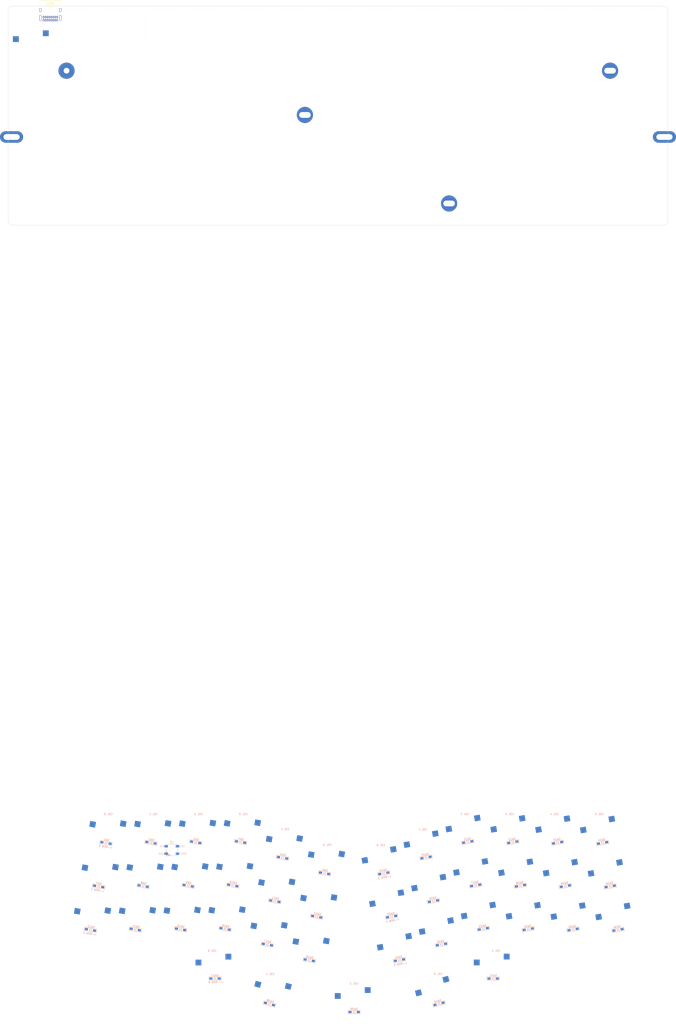
<source format=kicad_pcb>
(kicad_pcb (version 20211014) (generator pcbnew)
  (layers (0 "F.Cu" signal) (31 "B.Cu" signal) (34 "B.Paste" user) (35 "F.Paste" user) (36 "B.SilkS" user "B.Silkscreen") (37 "F.SilkS" user "F.Silkscreen") (38 "B.Mask" user) (39 "F.Mask" user) (44 "Edge.Cuts" user))
  (net 0 "")
  (footprint "acheron_MX_PlateSlots:MX100" (layer "F.Cu") (at 128.5875 73.81875)
    (fp_text reference "REF**")
    (fp_text value "MX100")
    (fp_line (start -6.5 6.990924) (end 6.5 7) (layer "Edge.Cuts") (width 0.010007))
    (fp_line (start -6.5 -7) (end 6.5 -7) (layer "Edge.Cuts") (width 0.010007))
    (fp_line (start -7 -6.5) (end -7 6.490924) (layer "Edge.Cuts") (width 0.010007))
    (fp_line (start 7 -6.5) (end 7 6.5) (layer "Edge.Cuts") (width 0.010007))
    (fp_arc (start 7 6.5) (mid 6.853553 6.853553) (end 6.5 7) (layer "Edge.Cuts") (width 0.010007))
    (fp_arc (start 6.5 -7) (mid 6.853553 -6.853553) (end 7 -6.5) (layer "Edge.Cuts") (width 0.010007))
    (fp_arc (start -6.5 6.990924) (mid -6.853553 6.844477) (end -7 6.490924) (layer "Edge.Cuts") (width 0.010007))
    (fp_arc (start -7 -6.5) (mid -6.853553 -6.853553) (end -6.5 -7) (layer "Edge.Cuts") (width 0.010007))
  )
  (footprint "_reviung-kbd:MXOnly-1U-Hotswap" (layer "F.Cu") (at 227.085748 453.326386 10)
    (fp_text reference "SW25")
    (fp_text value "SW_PUSH")
    (fp_text user "${REFERENCE}" (at 0 3.048 10) (layer "B.SilkS") (effects (font (size 0.8 0.8)) (justify mirror)))
    (pad "" np_thru_hole circle locked (at 5.08 0 58.0996) (size 1.75 1.75) (drill 1.75) (layers *.Cu *.Mask))
    (pad "" np_thru_hole circle locked (at 2.54 -5.08 10) (size 3 3) (drill 3) (layers *.Cu *.Mask))
    (pad "" np_thru_hole circle locked (at 0 0 10) (size 3.9878 3.9878) (drill 3.9878) (layers *.Cu *.Mask))
    (pad "" np_thru_hole circle locked (at -3.81 -2.54 10) (size 3 3) (drill 3) (layers *.Cu *.Mask))
    (pad "" np_thru_hole circle locked (at -5.08 0 58.0996) (size 1.75 1.75) (drill 1.75) (layers *.Cu *.Mask))
    (pad "1" smd rect locked (at -7.085 -2.54 10) (size 2.55 2.5) (layers "B.Cu" "B.Paste" "B.Mask"))
    (pad "2" smd rect locked (at 5.842 -5.08 10) (size 2.55 2.5) (layers "B.Cu" "B.Paste" "B.Mask"))
  )
  (footprint "_reviung-kbd:MXOnly-1U-Hotswap" (layer "F.Cu") (at 279.485748 421.216386 10)
    (fp_text reference "SW22")
    (fp_text value "SW_PUSH")
    (fp_text user "${REFERENCE}" (at 0 3.048 10) (layer "B.SilkS") (effects (font (size 0.8 0.8)) (justify mirror)))
    (pad "" np_thru_hole circle locked (at 0 0 10) (size 3.9878 3.9878) (drill 3.9878) (layers *.Cu *.Mask))
    (pad "" np_thru_hole circle locked (at 5.08 0 58.0996) (size 1.75 1.75) (drill 1.75) (layers *.Cu *.Mask))
    (pad "" np_thru_hole circle locked (at -3.81 -2.54 10) (size 3 3) (drill 3) (layers *.Cu *.Mask))
    (pad "" np_thru_hole circle locked (at -5.08 0 58.0996) (size 1.75 1.75) (drill 1.75) (layers *.Cu *.Mask))
    (pad "" np_thru_hole circle locked (at 2.54 -5.08 10) (size 3 3) (drill 3) (layers *.Cu *.Mask))
    (pad "1" smd rect locked (at -7.085 -2.54 10) (size 2.55 2.5) (layers "B.Cu" "B.Paste" "B.Mask"))
    (pad "2" smd rect locked (at 5.842 -5.08 10) (size 2.55 2.5) (layers "B.Cu" "B.Paste" "B.Mask"))
  )
  (footprint "acheron_MX_PlateSlots:MX100" (layer "F.Cu") (at 223.8375 73.81875)
    (fp_text reference "REF**")
    (fp_text value "MX100")
    (fp_line (start -6.5 -7) (end 6.5 -7) (layer "Edge.Cuts") (width 0.010007))
    (fp_line (start -6.5 6.990924) (end 6.5 7) (layer "Edge.Cuts") (width 0.010007))
    (fp_line (start 7 -6.5) (end 7 6.5) (layer "Edge.Cuts") (width 0.010007))
    (fp_line (start -7 -6.5) (end -7 6.490924) (layer "Edge.Cuts") (width 0.010007))
    (fp_arc (start -6.5 6.990924) (mid -6.853553 6.844477) (end -7 6.490924) (layer "Edge.Cuts") (width 0.010007))
    (fp_arc (start 6.5 -7) (mid 6.853553 -6.853553) (end 7 -6.5) (layer "Edge.Cuts") (width 0.010007))
    (fp_arc (start -7 -6.5) (mid -6.853553 -6.853553) (end -6.5 -7) (layer "Edge.Cuts") (width 0.010007))
    (fp_arc (start 7 6.5) (mid 6.853553 6.853553) (end 6.5 7) (layer "Edge.Cuts") (width 0.010007))
  )
  (footprint "_reviung-kbd:MXOnly-1U-Hotswap" (layer "F.Cu") (at 230.435748 472.096386 10)
    (fp_text reference "SW31")
    (fp_text value "SW_PUSH")
    (fp_text user "${REFERENCE}" (at 0 3.048 10) (layer "B.SilkS") (effects (font (size 0.8 0.8)) (justify mirror)))
    (pad "" np_thru_hole circle locked (at -3.81 -2.54 10) (size 3 3) (drill 3) (layers *.Cu *.Mask))
    (pad "" np_thru_hole circle locked (at 2.54 -5.08 10) (size 3 3) (drill 3) (layers *.Cu *.Mask))
    (pad "" np_thru_hole circle locked (at 5.08 0 58.0996) (size 1.75 1.75) (drill 1.75) (layers *.Cu *.Mask))
    (pad "" np_thru_hole circle locked (at 0 0 10) (size 3.9878 3.9878) (drill 3.9878) (layers *.Cu *.Mask))
    (pad "" np_thru_hole circle locked (at -5.08 0 58.0996) (size 1.75 1.75) (drill 1.75) (layers *.Cu *.Mask))
    (pad "1" smd rect locked (at -7.085 -2.54 10) (size 2.55 2.5) (layers "B.Cu" "B.Paste" "B.Mask"))
    (pad "2" smd rect locked (at 5.842 -5.08 10) (size 2.55 2.5) (layers "B.Cu" "B.Paste" "B.Mask"))
  )
  (footprint "_reviung-kbd:MXOnly-1U-Hotswap" (layer "F.Cu") (at 324.825748 459.026386 10)
    (fp_text reference "SW36")
    (fp_text value "SW_PUSH")
    (fp_text user "${REFERENCE}" (at 0 3.048 10) (layer "B.SilkS") (effects (font (size 0.8 0.8)) (justify mirror)))
    (pad "" np_thru_hole circle locked (at -3.81 -2.54 10) (size 3 3) (drill 3) (layers *.Cu *.Mask))
    (pad "" np_thru_hole circle locked (at 2.54 -5.08 10) (size 3 3) (drill 3) (layers *.Cu *.Mask))
    (pad "" np_thru_hole circle locked (at 0 0 10) (size 3.9878 3.9878) (drill 3.9878) (layers *.Cu *.Mask))
    (pad "" np_thru_hole circle locked (at -5.08 0 58.0996) (size 1.75 1.75) (drill 1.75) (layers *.Cu *.Mask))
    (pad "" np_thru_hole circle locked (at 5.08 0 58.0996) (size 1.75 1.75) (drill 1.75) (layers *.Cu *.Mask))
    (pad "1" smd rect locked (at -7.085 -2.54 10) (size 2.55 2.5) (layers "B.Cu" "B.Paste" "B.Mask"))
    (pad "2" smd rect locked (at 5.842 -5.08 10) (size 2.55 2.5) (layers "B.Cu" "B.Paste" "B.Mask"))
  )
  (footprint "_reviung-kbd:MXOnly-1U-Hotswap" (layer "F.Cu") (at 160.115748 439.846386 -10)
    (fp_text reference "SW10")
    (fp_text value "SW_PUSH")
    (fp_text user "${REFERENCE}" (at 0 3.048 170) (layer "B.SilkS") (effects (font (size 0.8 0.8)) (justify mirror)))
    (pad "" np_thru_hole circle locked (at -5.08 0 38.0996) (size 1.75 1.75) (drill 1.75) (layers *.Cu *.Mask))
    (pad "" np_thru_hole circle locked (at 0 0 350) (size 3.9878 3.9878) (drill 3.9878) (layers *.Cu *.Mask))
    (pad "" np_thru_hole circle locked (at 5.08 0 38.0996) (size 1.75 1.75) (drill 1.75) (layers *.Cu *.Mask))
    (pad "" np_thru_hole circle locked (at 2.54 -5.08 350) (size 3 3) (drill 3) (layers *.Cu *.Mask))
    (pad "" np_thru_hole circle locked (at -3.81 -2.54 350) (size 3 3) (drill 3) (layers *.Cu *.Mask))
    (pad "1" smd rect locked (at -7.085 -2.54 350) (size 2.55 2.5) (layers "B.Cu" "B.Paste" "B.Mask"))
    (pad "2" smd rect locked (at 5.842 -5.08 350) (size 2.55 2.5) (layers "B.Cu" "B.Paste" "B.Mask"))
  )
  (footprint "_reviung-kbd:MXOnly-1U-Hotswap" (layer "F.Cu") (at 241.965748 427.816386 10)
    (fp_text reference "SW20")
    (fp_text value "SW_PUSH")
    (fp_text user "${REFERENCE}" (at 0 3.048 10) (layer "B.SilkS") (effects (font (size 0.8 0.8)) (justify mirror)))
    (pad "" np_thru_hole circle locked (at 0 0 10) (size 3.9878 3.9878) (drill 3.9878) (layers *.Cu *.Mask))
    (pad "" np_thru_hole circle locked (at 2.54 -5.08 10) (size 3 3) (drill 3) (layers *.Cu *.Mask))
    (pad "" np_thru_hole circle locked (at -3.81 -2.54 10) (size 3 3) (drill 3) (layers *.Cu *.Mask))
    (pad "" np_thru_hole circle locked (at 5.08 0 58.0996) (size 1.75 1.75) (drill 1.75) (layers *.Cu *.Mask))
    (pad "" np_thru_hole circle locked (at -5.08 0 58.0996) (size 1.75 1.75) (drill 1.75) (layers *.Cu *.Mask))
    (pad "1" smd rect locked (at -7.085 -2.54 10) (size 2.55 2.5) (layers "B.Cu" "B.Paste" "B.Mask"))
    (pad "2" smd rect locked (at 5.842 -5.08 10) (size 2.55 2.5) (layers "B.Cu" "B.Paste" "B.Mask"))
  )
  (footprint "_reviung-kbd:MXOnly-1U-Hotswap" (layer "F.Cu") (at 199.755748 434.596386 -10)
    (fp_text reference "SW6")
    (fp_text value "SW_PUSH")
    (fp_text user "${REFERENCE}" (at 0 3.048 170) (layer "B.SilkS") (effects (font (size 0.8 0.8)) (justify mirror)))
    (pad "" np_thru_hole circle locked (at -5.08 0 38.0996) (size 1.75 1.75) (drill 1.75) (layers *.Cu *.Mask))
    (pad "" np_thru_hole circle locked (at 5.08 0 38.0996) (size 1.75 1.75) (drill 1.75) (layers *.Cu *.Mask))
    (pad "" np_thru_hole circle locked (at 2.54 -5.08 350) (size 3 3) (drill 3) (layers *.Cu *.Mask))
    (pad "" np_thru_hole circle locked (at 0 0 350) (size 3.9878 3.9878) (drill 3.9878) (layers *.Cu *.Mask))
    (pad "" np_thru_hole circle locked (at -3.81 -2.54 350) (size 3 3) (drill 3) (layers *.Cu *.Mask))
    (pad "1" smd rect locked (at -7.085 -2.54 350) (size 2.55 2.5) (layers "B.Cu" "B.Paste" "B.Mask"))
    (pad "2" smd rect locked (at 5.842 -5.08 350) (size 2.55 2.5) (layers "B.Cu" "B.Paste" "B.Mask"))
  )
  (footprint "_reviung-kbd:MXOnly-1U-Hotswap" (layer "F.Cu") (at 121.355748 440.116386 -10)
    (fp_text reference "SW8")
    (fp_text value "SW_PUSH")
    (fp_text user "${REFERENCE}" (at 0 3.048 170) (layer "B.SilkS") (effects (font (size 0.8 0.8)) (justify mirror)))
    (pad "" np_thru_hole circle locked (at -5.08 0 38.0996) (size 1.75 1.75) (drill 1.75) (layers *.Cu *.Mask))
    (pad "" np_thru_hole circle locked (at -3.81 -2.54 350) (size 3 3) (drill 3) (layers *.Cu *.Mask))
    (pad "" np_thru_hole circle locked (at 2.54 -5.08 350) (size 3 3) (drill 3) (layers *.Cu *.Mask))
    (pad "" np_thru_hole circle locked (at 5.08 0 38.0996) (size 1.75 1.75) (drill 1.75) (layers *.Cu *.Mask))
    (pad "" np_thru_hole circle locked (at 0 0 350) (size 3.9878 3.9878) (drill 3.9878) (layers *.Cu *.Mask))
    (pad "1" smd rect locked (at -7.085 -2.54 350) (size 2.55 2.5) (layers "B.Cu" "B.Paste" "B.Mask"))
    (pad "2" smd rect locked (at 5.842 -5.08 350) (size 2.55 2.5) (layers "B.Cu" "B.Paste" "B.Mask"))
  )
  (footprint "_reviung-kbd:MXOnly-1U-Hotswap" (layer "F.Cu") (at 156.800368 458.604757 -10)
    (fp_text reference "SW16")
    (fp_text value "SW_PUSH")
    (fp_text user "${REFERENCE}" (at 0 3.048 170) (layer "B.SilkS") (effects (font (size 0.8 0.8)) (justify mirror)))
    (pad "" np_thru_hole circle locked (at 0 0 350) (size 3.9878 3.9878) (drill 3.9878) (layers *.Cu *.Mask))
    (pad "" np_thru_hole circle locked (at 2.54 -5.08 350) (size 3 3) (drill 3) (layers *.Cu *.Mask))
    (pad "" np_thru_hole circle locked (at -5.08 0 38.0996) (size 1.75 1.75) (drill 1.75) (layers *.Cu *.Mask))
    (pad "" np_thru_hole circle locked (at -3.81 -2.54 350) (size 3 3) (drill 3) (layers *.Cu *.Mask))
    (pad "" np_thru_hole circle locked (at 5.08 0 38.0996) (size 1.75 1.75) (drill 1.75) (layers *.Cu *.Mask))
    (pad "1" smd rect locked (at -7.085 -2.54 350) (size 2.55 2.5) (layers "B.Cu" "B.Paste" "B.Mask"))
    (pad "2" smd rect locked (at 5.842 -5.08 350) (size 2.55 2.5) (layers "B.Cu" "B.Paste" "B.Mask"))
  )
  (footprint "_reviung-kbd:MXOnly-1U-Hotswap" (layer "F.Cu") (at 174.955748 465.356386 -10)
    (fp_text reference "SW17")
    (fp_text value "SW_PUSH")
    (fp_text user "${REFERENCE}" (at 0 3.048 170) (layer "B.SilkS") (effects (font (size 0.8 0.8)) (justify mirror)))
    (pad "" np_thru_hole circle locked (at -5.08 0 38.0996) (size 1.75 1.75) (drill 1.75) (layers *.Cu *.Mask))
    (pad "" np_thru_hole circle locked (at 2.54 -5.08 350) (size 3 3) (drill 3) (layers *.Cu *.Mask))
    (pad "" np_thru_hole circle locked (at 0 0 350) (size 3.9878 3.9878) (drill 3.9878) (layers *.Cu *.Mask))
    (pad "" np_thru_hole circle locked (at -3.81 -2.54 350) (size 3 3) (drill 3) (layers *.Cu *.Mask))
    (pad "" np_thru_hole circle locked (at 5.08 0 38.0996) (size 1.75 1.75) (drill 1.75) (layers *.Cu *.Mask))
    (pad "1" smd rect locked (at -7.085 -2.54 350) (size 2.55 2.5) (layers "B.Cu" "B.Paste" "B.Mask"))
    (pad "2" smd rect locked (at 5.842 -5.08 350) (size 2.55 2.5) (layers "B.Cu" "B.Paste" "B.Mask"))
  )
  (footprint "_reviung-kbd:MXOnly-1U-Hotswap" (layer "F.Cu") (at 248.565748 465.336386 10)
    (fp_text reference "SW32")
    (fp_text value "SW_PUSH")
    (fp_text user "${REFERENCE}" (at 0 3.048 10) (layer "B.SilkS") (effects (font (size 0.8 0.8)) (justify mirror)))
    (pad "" np_thru_hole circle locked (at 5.08 0 58.0996) (size 1.75 1.75) (drill 1.75) (layers *.Cu *.Mask))
    (pad "" np_thru_hole circle locked (at 0 0 10) (size 3.9878 3.9878) (drill 3.9878) (layers *.Cu *.Mask))
    (pad "" np_thru_hole circle locked (at -3.81 -2.54 10) (size 3 3) (drill 3) (layers *.Cu *.Mask))
    (pad "" np_thru_hole circle locked (at -5.08 0 58.0996) (size 1.75 1.75) (drill 1.75) (layers *.Cu *.Mask))
    (pad "" np_thru_hole circle locked (at 2.54 -5.08 10) (size 3 3) (drill 3) (layers *.Cu *.Mask))
    (pad "1" smd rect locked (at -7.085 -2.54 10) (size 2.55 2.5) (layers "B.Cu" "B.Paste" "B.Mask"))
    (pad "2" smd rect locked (at 5.842 -5.08 10) (size 2.55 2.5) (layers "B.Cu" "B.Paste" "B.Mask"))
  )
  (footprint "hole:PKRH" (layer "F.Cu") (at 322.3399 92.5208)
    (fp_text reference "HOLE" hide)
    (fp_text value "VAL**" hide)
    (pad "1" thru_hole circle locked (at 0 0) (size 7.00024 7.00024) (drill oval 5.00126 2.49936) (layers *.Cu *.Mask))
  )
  (footprint "_reviung-kbd:MXOnly-1U-Hotswap" (layer "F.Cu") (at 245.255748 446.586386 10)
    (fp_text reference "SW26")
    (fp_text value "SW_PUSH")
    (fp_text user "${REFERENCE}" (at 0 3.048 10) (layer "B.SilkS") (effects (font (size 0.8 0.8)) (justify mirror)))
    (pad "" np_thru_hole circle locked (at -5.08 0 58.0996) (size 1.75 1.75) (drill 1.75) (layers *.Cu *.Mask))
    (pad "" np_thru_hole circle locked (at -3.81 -2.54 10) (size 3 3) (drill 3) (layers *.Cu *.Mask))
    (pad "" np_thru_hole circle locked (at 0 0 10) (size 3.9878 3.9878) (drill 3.9878) (layers *.Cu *.Mask))
    (pad "" np_thru_hole circle locked (at 5.08 0 58.0996) (size 1.75 1.75) (drill 1.75) (layers *.Cu *.Mask))
    (pad "" np_thru_hole circle locked (at 2.54 -5.08 10) (size 3 3) (drill 3) (layers *.Cu *.Mask))
    (pad "1" smd rect locked (at -7.085 -2.54 10) (size 2.55 2.5) (layers "B.Cu" "B.Paste" "B.Mask"))
    (pad "2" smd rect locked (at 5.842 -5.08 10) (size 2.55 2.5) (layers "B.Cu" "B.Paste" "B.Mask"))
  )
  (footprint "_reviung-kbd:MXOnly-1U-Hotswap" (layer "F.Cu") (at 151.575748 479.976386)
    (fp_text reference "SW37")
    (fp_text value "SW_PUSH")
    (fp_text user "${REFERENCE}" (at 0 3.048) (layer "B.SilkS") (effects (font (size 0.8 0.8)) (justify mirror)))
    (pad "" np_thru_hole circle locked (at 2.54 -5.08) (size 3 3) (drill 3) (layers *.Cu *.Mask))
    (pad "" np_thru_hole circle locked (at 0 0) (size 3.9878 3.9878) (drill 3.9878) (layers *.Cu *.Mask))
    (pad "" np_thru_hole circle locked (at -3.81 -2.54) (size 3 3) (drill 3) (layers *.Cu *.Mask))
    (pad "" np_thru_hole circle locked (at 5.08 0 48.0996) (size 1.75 1.75) (drill 1.75) (layers *.Cu *.Mask))
    (pad "" np_thru_hole circle locked (at -5.08 0 48.0996) (size 1.75 1.75) (drill 1.75) (layers *.Cu *.Mask))
    (pad "1" smd rect locked (at -7.085 -2.54) (size 2.55 2.5) (layers "B.Cu" "B.Paste" "B.Mask"))
    (pad "2" smd rect locked (at 5.842 -5.08) (size 2.55 2.5) (layers "B.Cu" "B.Paste" "B.Mask"))
  )
  (footprint "_reviung-kbd:MXOnly-1U-Hotswap" (layer "F.Cu") (at 223.815748 434.596386 10)
    (fp_text reference "SW19")
    (fp_text value "SW_PUSH")
    (fp_text user "${REFERENCE}" (at 0 3.048 10) (layer "B.SilkS") (effects (font (size 0.8 0.8)) (justify mirror)))
    (pad "" np_thru_hole circle locked (at -3.81 -2.54 10) (size 3 3) (drill 3) (layers *.Cu *.Mask))
    (pad "" np_thru_hole circle locked (at 5.08 0 58.0996) (size 1.75 1.75) (drill 1.75) (layers *.Cu *.Mask))
    (pad "" np_thru_hole circle locked (at -5.08 0 58.0996) (size 1.75 1.75) (drill 1.75) (layers *.Cu *.Mask))
    (pad "" np_thru_hole circle locked (at 0 0 10) (size 3.9878 3.9878) (drill 3.9878) (layers *.Cu *.Mask))
    (pad "" np_thru_hole circle locked (at 2.54 -5.08 10) (size 3 3) (drill 3) (layers *.Cu *.Mask))
    (pad "1" smd rect locked (at -7.085 -2.54 10) (size 2.55 2.5) (layers "B.Cu" "B.Paste" "B.Mask"))
    (pad "2" smd rect locked (at 5.842 -5.08 10) (size 2.55 2.5) (layers "B.Cu" "B.Paste" "B.Mask"))
  )
  (footprint "acheron_MX_PlateSlots:MX100" (layer "F.Cu") (at 300.0375 73.81875)
    (fp_text reference "REF**")
    (fp_text value "MX100")
    (fp_line (start 7 -6.5) (end 7 6.5) (layer "Edge.Cuts") (width 0.010007))
    (fp_line (start -6.5 6.990924) (end 6.5 7) (layer "Edge.Cuts") (width 0.010007))
    (fp_line (start -7 -6.5) (end -7 6.490924) (layer "Edge.Cuts") (width 0.010007))
    (fp_line (start -6.5 -7) (end 6.5 -7) (layer "Edge.Cuts") (width 0.010007))
    (fp_arc (start -7 -6.5) (mid -6.853553 -6.853553) (end -6.5 -7) (layer "Edge.Cuts") (width 0.010007))
    (fp_arc (start 7 6.5) (mid 6.853553 6.853553) (end 6.5 7) (layer "Edge.Cuts") (width 0.010007))
    (fp_arc (start 6.5 -7) (mid 6.853553 -6.853553) (end 7 -6.5) (layer "Edge.Cuts") (width 0.010007))
    (fp_arc (start -6.5 6.990924) (mid -6.853553 6.844477) (end -7 6.490924) (layer "Edge.Cuts") (width 0.010007))
  )
  (footprint "acheron_MX_PlateSlots:MX100" (layer "F.Cu") (at 204.7875 73.81875)
    (fp_text reference "REF**")
    (fp_text value "MX100")
    (fp_line (start -7 -6.5) (end -7 6.490924) (layer "Edge.Cuts") (width 0.010007))
    (fp_line (start -6.5 -7) (end 6.5 -7) (layer "Edge.Cuts") (width 0.010007))
    (fp_line (start 7 -6.5) (end 7 6.5) (layer "Edge.Cuts") (width 0.010007))
    (fp_line (start -6.5 6.990924) (end 6.5 7) (layer "Edge.Cuts") (width 0.010007))
    (fp_arc (start 7 6.5) (mid 6.853553 6.853553) (end 6.5 7) (layer "Edge.Cuts") (width 0.010007))
    (fp_arc (start -6.5 6.990924) (mid -6.853553 6.844477) (end -7 6.490924) (layer "Edge.Cuts") (width 0.010007))
    (fp_arc (start 6.5 -7) (mid 6.853553 -6.853553) (end 7 -6.5) (layer "Edge.Cuts") (width 0.010007))
    (fp_arc (start -7 -6.5) (mid -6.853553 -6.853553) (end -6.5 -7) (layer "Edge.Cuts") (width 0.010007))
  )
  (footprint "_reviung-kbd:MXOnly-1U-Hotswap" (layer "F.Cu") (at 318.195748 421.506386 10)
    (fp_text reference "SW24")
    (fp_text value "SW_PUSH")
    (fp_text user "${REFERENCE}" (at 0 3.048 10) (layer "B.SilkS") (effects (font (size 0.8 0.8)) (justify mirror)))
    (pad "" np_thru_hole circle locked (at -3.81 -2.54 10) (size 3 3) (drill 3) (layers *.Cu *.Mask))
    (pad "" np_thru_hole circle locked (at 5.08 0 58.0996) (size 1.75 1.75) (drill 1.75) (layers *.Cu *.Mask))
    (pad "" np_thru_hole circle locked (at 2.54 -5.08 10) (size 3 3) (drill 3) (layers *.Cu *.Mask))
    (pad "" np_thru_hole circle locked (at -5.08 0 58.0996) (size 1.75 1.75) (drill 1.75) (layers *.Cu *.Mask))
    (pad "" np_thru_hole circle locked (at 0 0 10) (size 3.9878 3.9878) (drill 3.9878) (layers *.Cu *.Mask))
    (pad "1" smd rect locked (at -7.085 -2.54 10) (size 2.55 2.5) (layers "B.Cu" "B.Paste" "B.Mask"))
    (pad "2" smd rect locked (at 5.842 -5.08 10) (size 2.55 2.5) (layers "B.Cu" "B.Paste" "B.Mask"))
  )
  (footprint "acheron_MX_PlateSlots:MX100" (layer "F.Cu") (at 319.0875 73.81875)
    (fp_text reference "REF**")
    (fp_text value "MX100")
    (fp_line (start -7 -6.5) (end -7 6.490924) (layer "Edge.Cuts") (width 0.010007))
    (fp_line (start -6.5 6.990924) (end 6.5 7) (layer "Edge.Cuts") (width 0.010007))
    (fp_line (start -6.5 -7) (end 6.5 -7) (layer "Edge.Cuts") (width 0.010007))
    (fp_line (start 7 -6.5) (end 7 6.5) (layer "Edge.Cuts") (width 0.010007))
    (fp_arc (start -6.5 6.990924) (mid -6.853553 6.844477) (end -7 6.490924) (layer "Edge.Cuts") (width 0.010007))
    (fp_arc (start 7 6.5) (mid 6.853553 6.853553) (end 6.5 7) (layer "Edge.Cuts") (width 0.010007))
    (fp_arc (start 6.5 -7) (mid 6.853553 -6.853553) (end 7 -6.5) (layer "Edge.Cuts") (width 0.010007))
    (fp_arc (start -7 -6.5) (mid -6.853553 -6.853553) (end -6.5 -7) (layer "Edge.Cuts") (width 0.010007))
  )
  (footprint "acheron_MX_PlateSlots:MX100" (layer "F.Cu") (at 166.6875 73.81875)
    (fp_text reference "REF**")
    (fp_text value "MX100")
    (fp_line (start -7 -6.5) (end -7 6.490924) (layer "Edge.Cuts") (width 0.010007))
    (fp_line (start -6.5 -7) (end 6.5 -7) (layer "Edge.Cuts") (width 0.010007))
    (fp_line (start -6.5 6.990924) (end 6.5 7) (layer "Edge.Cuts") (width 0.010007))
    (fp_line (start 7 -6.5) (end 7 6.5) (layer "Edge.Cuts") (width 0.010007))
    (fp_arc (start 7 6.5) (mid 6.853553 6.853553) (end 6.5 7) (layer "Edge.Cuts") (width 0.010007))
    (fp_arc (start 6.5 -7) (mid 6.853553 -6.853553) (end 7 -6.5) (layer "Edge.Cuts") (width 0.010007))
    (fp_arc (start -6.5 6.990924) (mid -6.853553 6.844477) (end -7 6.490924) (layer "Edge.Cuts") (width 0.010007))
    (fp_arc (start -7 -6.5) (mid -6.853553 -6.853553) (end -6.5 -7) (layer "Edge.Cuts") (width 0.010007))
  )
  (footprint "_reviung-kbd:MXOnly-1U-Hotswap" (layer "F.Cu") (at 196.415748 453.346386 -10)
    (fp_text reference "SW12")
    (fp_text value "SW_PUSH")
    (fp_text user "${REFERENCE}" (at 0 3.048 170) (layer "B.SilkS") (effects (font (size 0.8 0.8)) (justify mirror)))
    (pad "" np_thru_hole circle locked (at -3.81 -2.54 350) (size 3 3) (drill 3) (layers *.Cu *.Mask))
    (pad "" np_thru_hole circle locked (at 2.54 -5.08 350) (size 3 3) (drill 3) (layers *.Cu *.Mask))
    (pad "" np_thru_hole circle locked (at -5.08 0 38.0996) (size 1.75 1.75) (drill 1.75) (layers *.Cu *.Mask))
    (pad "" np_thru_hole circle locked (at 0 0 350) (size 3.9878 3.9878) (drill 3.9878) (layers *.Cu *.Mask))
    (pad "" np_thru_hole circle locked (at 5.08 0 38.0996) (size 1.75 1.75) (drill 1.75) (layers *.Cu *.Mask))
    (pad "1" smd rect locked (at -7.085 -2.54 350) (size 2.55 2.5) (layers "B.Cu" "B.Paste" "B.Mask"))
    (pad "2" smd rect locked (at 5.842 -5.08 350) (size 2.55 2.5) (layers "B.Cu" "B.Paste" "B.Mask"))
  )
  (footprint "hole:PKRH" (layer "F.Cu") (at 252.7894 149.8207)
    (fp_text reference "HOLE" hide)
    (fp_text value "VAL**" hide)
    (pad "1" thru_hole circle locked (at 0 0) (size 7.00024 7.00024) (drill oval 5.00126 2.49936) (layers *.Cu *.Mask))
  )
  (footprint "acheron_MX_PlateSlots:MX100" (layer "F.Cu") (at 147.6375 73.81875)
    (fp_text reference "REF**")
    (fp_text value "MX100")
    (fp_line (start -6.5 6.990924) (end 6.5 7) (layer "Edge.Cuts") (width 0.010007))
    (fp_line (start 7 -6.5) (end 7 6.5) (layer "Edge.Cuts") (width 0.010007))
    (fp_line (start -7 -6.5) (end -7 6.490924) (layer "Edge.Cuts") (width 0.010007))
    (fp_line (start -6.5 -7) (end 6.5 -7) (layer "Edge.Cuts") (width 0.010007))
    (fp_arc (start 6.5 -7) (mid 6.853553 -6.853553) (end 7 -6.5) (layer "Edge.Cuts") (width 0.010007))
    (fp_arc (start 7 6.5) (mid 6.853553 6.853553) (end 6.5 7) (layer "Edge.Cuts") (width 0.010007))
    (fp_arc (start -6.5 6.990924) (mid -6.853553 6.844477) (end -7 6.490924) (layer "Edge.Cuts") (width 0.010007))
    (fp_arc (start -7 -6.5) (mid -6.853553 -6.853553) (end -6.5 -7) (layer "Edge.Cuts") (width 0.010007))
  )
  (footprint "_reviung-kbd:MXOnly-1U-Hotswap" (layer "F.Cu") (at 137.415748 458.756386 -10)
    (fp_text reference "SW15")
    (fp_text value "SW_PUSH")
    (fp_text user "${REFERENCE}" (at 0 3.048 170) (layer "B.SilkS") (effects (font (size 0.8 0.8)) (justify mirror)))
    (pad "" np_thru_hole circle locked (at -5.08 0 38.0996) (size 1.75 1.75) (drill 1.75) (layers *.Cu *.Mask))
    (pad "" np_thru_hole circle locked (at 2.54 -5.08 350) (size 3 3) (drill 3) (layers *.Cu *.Mask))
    (pad "" np_thru_hole circle locked (at -3.81 -2.54 350) (size 3 3) (drill 3) (layers *.Cu *.Mask))
    (pad "" np_thru_hole circle locked (at 5.08 0 38.0996) (size 1.75 1.75) (drill 1.75) (layers *.Cu *.Mask))
    (pad "" np_thru_hole circle locked (at 0 0 350) (size 3.9878 3.9878) (drill 3.9878) (layers *.Cu *.Mask))
    (pad "1" smd rect locked (at -7.085 -2.54 350) (size 2.55 2.5) (layers "B.Cu" "B.Paste" "B.Mask"))
    (pad "2" smd rect locked (at 5.842 -5.08 350) (size 2.55 2.5) (layers "B.Cu" "B.Paste" "B.Mask"))
  )
  (footprint "hole:PKRHSL" (layer "F.Cu") (at 63.7489 121.1212)
    (fp_text reference "HOLE" hide)
    (fp_text value "VAL**" hide)
    (pad "1" thru_hole oval locked (at 0 0) (size 9.99998 5.00126) (drill oval 7.00024 2.49936) (layers *.Cu *.Mask))
  )
  (footprint "_reviung-kbd:MXOnly-1U-Hotswap" (layer "F.Cu") (at 105.325748 421.506386 -10)
    (fp_text reference "SW1")
    (fp_text value "SW_PUSH")
    (fp_text user "${REFERENCE}" (at 0 3.048 170) (layer "B.SilkS") (effects (font (size 0.8 0.8)) (justify mirror)))
    (pad "" np_thru_hole circle locked (at -3.81 -2.54 350) (size 3 3) (drill 3) (layers *.Cu *.Mask))
    (pad "" np_thru_hole circle locked (at 5.08 0 38.0996) (size 1.75 1.75) (drill 1.75) (layers *.Cu *.Mask))
    (pad "" np_thru_hole circle locked (at 2.54 -5.08 350) (size 3 3) (drill 3) (layers *.Cu *.Mask))
    (pad "" np_thru_hole circle locked (at 0 0 350) (size 3.9878 3.9878) (drill 3.9878) (layers *.Cu *.Mask))
    (pad "" np_thru_hole circle locked (at -5.08 0 38.0996) (size 1.75 1.75) (drill 1.75) (layers *.Cu *.Mask))
    (pad "1" smd rect locked (at -7.085 -2.54 350) (size 2.55 2.5) (layers "B.Cu" "B.Paste" "B.Mask"))
    (pad "2" smd rect locked (at 5.842 -5.08 350) (size 2.55 2.5) (layers "B.Cu" "B.Paste" "B.Mask"))
  )
  (footprint "acheron_MX_PlateSlots:MX100" (layer "F.Cu") (at 71.4375 130.96875)
    (fp_text reference "REF**")
    (fp_text value "MX100")
    (fp_line (start -7 -6.5) (end -7 6.490924) (layer "Edge.Cuts") (width 0.010007))
    (fp_line (start -6.5 6.990924) (end 6.5 7) (layer "Edge.Cuts") (width 0.010007))
    (fp_line (start -6.5 -7) (end 6.5 -7) (layer "Edge.Cuts") (width 0.010007))
    (fp_line (start 7 -6.5) (end 7 6.5) (layer "Edge.Cuts") (width 0.010007))
    (fp_arc (start 6.5 -7) (mid 6.853553 -6.853553) (end 7 -6.5) (layer "Edge.Cuts") (width 0.010007))
    (fp_arc (start -7 -6.5) (mid -6.853553 -6.853553) (end -6.5 -7) (layer "Edge.Cuts") (width 0.010007))
    (fp_arc (start 7 6.5) (mid 6.853553 6.853553) (end 6.5 7) (layer "Edge.Cuts") (width 0.010007))
    (fp_arc (start -6.5 6.990924) (mid -6.853553 6.844477) (end -7 6.490924) (layer "Edge.Cuts") (width 0.010007))
  )
  (footprint "Type-C:USB_C_GCT_USB4085" (layer "F.Cu") (at 80.49 64.59 180)
    (fp_text reference "USB" (at -0.017498 1.13737) (layer "F.SilkS"))
    (fp_text value "USB_C_GCT_USB4085-Type-C")
    (pad "A1" thru_hole oval locked (at -2.975 -6.1 180) (size 0.65 1) (drill 0.4) (layers *.Cu *.Mask))
    (pad "A4" thru_hole oval locked (at -2.125 -6.1 180) (size 0.65 1) (drill 0.4) (layers *.Cu *.Mask))
    (pad "A5" thru_hole oval locked (at -1.275 -6.1 180) (size 0.65 1) (drill 0.4) (layers *.Cu *.Mask))
    (pad "A6" thru_hole oval locked (at -0.425 -6.1 180) (size 0.65 1) (drill 0.4) (layers *.Cu *.Mask))
    (pad "A7" thru_hole oval locked (at 0.425 -6.1 180) (size 0.65 1) (drill 0.4) (layers *.Cu *.Mask))
    (pad "A8" thru_hole oval locked (at 1.275 -6.1 180) (size 0.65 1) (drill 0.4) (layers *.Cu *.Mask))
    (pad "A9" thru_hole oval locked (at 2.125 -6.1 180) (size 0.65 1) (drill 0.4) (layers *.Cu *.Mask))
    (pad "A12" thru_hole oval locked (at 2.975 -6.1 180) (size 0.65 1) (drill 0.4) (layers *.Cu *.Mask))
    (pad "B1" thru_hole oval locked (at 2.98 -4.775 180) (size 0.65 1) (drill 0.4) (layers *.Cu *.Mask))
    (pad "B4" thru_hole oval locked (at 2.13 -4.775 180) (size 0.65 1) (drill 0.4) (layers *.Cu *.Mask))
    (pad "B5" thru_hole oval locked (at 1.28 -4.775 180) (size 0.65 1) (drill 0.4) (layers *.Cu *.Mask))
    (pad "B6" thru_hole oval locked (at 0.43 -4.775 180) (size 0.65 1) (drill 0.4) (layers *.Cu *.Mask))
    (pad "B7" thru_hole oval locked (at -0.42 -4.775 180) (size 0.65 1) (drill 0.4) (layers *.Cu *.Mask))
    (pad "B8" thru_hole oval locked (at -1.27 -4.775 180) (size 0.65 1) (drill 0.4) (layers *.Cu *.Mask))
    (pad "B9" thru_hole oval locked (at -2.12 -4.775 180) (size 0.65 1) (drill 0.4) (layers *.Cu *.Mask))
    (pad "B12" thru_hole oval locked (at -2.975 -4.775 180) (size 0.65 1) (drill 0.4) (layers *.Cu *.Mask))
    (pad "S1" thru_hole oval locked (at 4.325 -5.12 180) (size 0.9 2.4) (drill oval 0.6 2.1) (layers *.Cu *.Mask))
    (pad "S1" thru_hole oval locked (at -4.325 -1.74 180) (size 0.9 1.7) (drill oval 0.6 1.4) (layers *.Cu *.Mask))
    (pad "S1" thru_hole oval locked (at -4.325 -5.12 180) (size 0.9 2.4) (drill oval 0.6 2.1) (layers *.Cu *.Mask))
    (pad "S1" thru_hole oval locked (at 4.325 -1.74 180) (size 0.9 1.7) (drill oval 0.6 1.4) (layers *.Cu *.Mask))
  )
  (footprint "acheron_MX_PlateSlots:MX100" (layer "F.Cu") (at 109.5375 73.81875)
    (fp_text reference "REF**")
    (fp_text value "MX100")
    (fp_line (start -6.5 6.990924) (end 6.5 7) (layer "Edge.Cuts") (width 0.010007))
    (fp_line (start -6.5 -7) (end 6.5 -7) (layer "Edge.Cuts") (width 0.010007))
    (fp_line (start -7 -6.5) (end -7 6.490924) (layer "Edge.Cuts") (width 0.010007))
    (fp_line (start 7 -6.5) (end 7 6.5) (layer "Edge.Cuts") (width 0.010007))
    (fp_arc (start -7 -6.5) (mid -6.853553 -6.853553) (end -6.5 -7) (layer "Edge.Cuts") (width 0.010007))
    (fp_arc (start 7 6.5) (mid 6.853553 6.853553) (end 6.5 7) (layer "Edge.Cuts") (width 0.010007))
    (fp_arc (start 6.5 -7) (mid 6.853553 -6.853553) (end 7 -6.5) (layer "Edge.Cuts") (width 0.010007))
    (fp_arc (start -6.5 6.990924) (mid -6.853553 6.844477) (end -7 6.490924) (layer "Edge.Cuts") (width 0.010007))
  )
  (footprint "_reviung-kbd:MXOnly-1U-Hotswap" (layer "F.Cu") (at 260.095748 421.076386 10)
    (fp_text reference "SW21")
    (fp_text value "SW_PUSH")
    (fp_text user "${REFERENCE}" (at 0 3.048 10) (layer "B.SilkS") (effects (font (size 0.8 0.8)) (justify mirror)))
    (pad "" np_thru_hole circle locked (at 0 0 10) (size 3.9878 3.9878) (drill 3.9878) (layers *.Cu *.Mask))
    (pad "" np_thru_hole circle locked (at 5.08 0 58.0996) (size 1.75 1.75) (drill 1.75) (layers *.Cu *.Mask))
    (pad "" np_thru_hole circle locked (at 2.54 -5.08 10) (size 3 3) (drill 3) (layers *.Cu *.Mask))
    (pad "" np_thru_hole circle locked (at -3.81 -2.54 10) (size 3 3) (drill 3) (layers *.Cu *.Mask))
    (pad "" np_thru_hole circle locked (at -5.08 0 58.0996) (size 1.75 1.75) (drill 1.75) (layers *.Cu *.Mask))
    (pad "1" smd rect locked (at -7.085 -2.54 10) (size 2.55 2.5) (layers "B.Cu" "B.Paste" "B.Mask"))
    (pad "2" smd rect locked (at 5.842 -5.08 10) (size 2.55 2.5) (layers "B.Cu" "B.Paste" "B.Mask"))
  )
  (footprint "acheron_MX_PlateSlots:MX100" (layer "F.Cu") (at 280.9875 73.81875)
    (fp_text reference "REF**")
    (fp_text value "MX100")
    (fp_line (start -6.5 6.990924) (end 6.5 7) (layer "Edge.Cuts") (width 0.010007))
    (fp_line (start -6.5 -7) (end 6.5 -7) (layer "Edge.Cuts") (width 0.010007))
    (fp_line (start 7 -6.5) (end 7 6.5) (layer "Edge.Cuts") (width 0.010007))
    (fp_line (start -7 -6.5) (end -7 6.490924) (layer "Edge.Cuts") (width 0.010007))
    (fp_arc (start -6.5 6.990924) (mid -6.853553 6.844477) (end -7 6.490924) (layer "Edge.Cuts") (width 0.010007))
    (fp_arc (start 7 6.5) (mid 6.853553 6.853553) (end 6.5 7) (layer "Edge.Cuts") (width 0.010007))
    (fp_arc (start -7 -6.5) (mid -6.853553 -6.853553) (end -6.5 -7) (layer "Edge.Cuts") (width 0.010007))
    (fp_arc (start 6.5 -7) (mid 6.853553 -6.853553) (end 7 -6.5) (layer "Edge.Cuts") (width 0.010007))
  )
  (footprint "_reviung-kbd:MXOnly-1U-Hotswap" (layer "F.Cu") (at 193.105748 472.116386 -10)
    (fp_text reference "SW18")
    (fp_text value "SW_PUSH")
    (fp_text user "${REFERENCE}" (at 0 3.048 170) (layer "B.SilkS") (effects (font (size 0.8 0.8)) (justify mirror)))
    (pad "" np_thru_hole circle locked (at 0 0 350) (size 3.9878 3.9878) (drill 3.9878) (layers *.Cu *.Mask))
    (pad "" np_thru_hole circle locked (at -5.08 0 38.0996) (size 1.75 1.75) (drill 1.75) (layers *.Cu *.Mask))
    (pad "" np_thru_hole circle locked (at 5.08 0 38.0996) (size 1.75 1.75) (drill 1.75) (layers *.Cu *.Mask))
    (pad "" np_thru_hole circle locked (at -3.81 -2.54 350) (size 3 3) (drill 3) (layers *.Cu *.Mask))
    (pad "" np_thru_hole circle locked (at 2.54 -5.08 350) (size 3 3) (drill 3) (layers *.Cu *.Mask))
    (pad "1" smd rect locked (at -7.085 -2.54 350) (size 2.55 2.5) (layers "B.Cu" "B.Paste" "B.Mask"))
    (pad "2" smd rect locked (at 5.842 -5.08 350) (size 2.55 2.5) (layers "B.Cu" "B.Paste" "B.Mask"))
  )
  (footprint "acheron_MX_PlateSlots:MX100" (layer "F.Cu") (at 338.1375 73.81875)
    (fp_text reference "REF**")
    (fp_text value "MX100")
    (fp_line (start -7 -6.5) (end -7 6.490924) (layer "Edge.Cuts") (width 0.010007))
    (fp_line (start -6.5 -7) (end 6.5 -7) (layer "Edge.Cuts") (width 0.010007))
    (fp_line (start -6.5 6.990924) (end 6.5 7) (layer "Edge.Cuts") (width 0.010007))
    (fp_line (start 7 -6.5) (end 7 6.5) (layer "Edge.Cuts") (width 0.010007))
    (fp_arc (start -7 -6.5) (mid -6.853553 -6.853553) (end -6.5 -7) (layer "Edge.Cuts") (width 0.010007))
    (fp_arc (start -6.5 6.990924) (mid -6.853553 6.844477) (end -7 6.490924) (layer "Edge.Cuts") (width 0.010007))
    (fp_arc (start 6.5 -7) (mid 6.853553 -6.853553) (end 7 -6.5) (layer "Edge.Cuts") (width 0.010007))
    (fp_arc (start 7 6.5) (mid 6.853553 6.853553) (end 6.5 7) (layer "Edge.Cuts") (width 0.010007))
  )
  (footprint "_reviung-kbd:MXOnly-1U-Hotswap" (layer "F.Cu") (at 163.435748 421.096386 -10)
    (fp_text reference "SW4")
    (fp_text value "SW_PUSH")
    (fp_text user "${REFERENCE}" (at 0 3.048 170) (layer "B.SilkS") (effects (font (size 0.8 0.8)) (justify mirror)))
    (pad "" np_thru_hole circle locked (at 0 0 350) (size 3.9878 3.9878) (drill 3.9878) (layers *.Cu *.Mask))
    (pad "" np_thru_hole circle locked (at -5.08 0 38.0996) (size 1.75 1.75) (drill 1.75) (layers *.Cu *.Mask))
    (pad "" np_thru_hole circle locked (at 5.08 0 38.0996) (size 1.75 1.75) (drill 1.75) (layers *.Cu *.Mask))
    (pad "" np_thru_hole circle locked (at -3.81 -2.54 350) (size 3 3) (drill 3) (layers *.Cu *.Mask))
    (pad "" np_thru_hole circle locked (at 2.54 -5.08 350) (size 3 3) (drill 3) (layers *.Cu *.Mask))
    (pad "1" smd rect locked (at -7.085 -2.54 350) (size 2.55 2.5) (layers "B.Cu" "B.Paste" "B.Mask"))
    (pad "2" smd rect locked (at 5.842 -5.08 350) (size 2.55 2.5) (layers "B.Cu" "B.Paste" "B.Mask"))
  )
  (footprint "MX_Only:MXOnly-1U-Hotswap" (layer "F.Cu") (at 71.4375 73.81875 180)
    (fp_text reference "REF**")
    (fp_text value "1U")
    (pad "" np_thru_hole circle locked (at -5.08 0 228.0996) (size 1.75 1.75) (drill 1.75) (layers *.Cu *.Mask))
    (pad "" np_thru_hole circle locked (at 2.54 -5.08 180) (size 3 3) (drill 3) (layers *.Cu *.Mask))
    (pad "" np_thru_hole circle locked (at 0 0 180) (size 3.9878 3.9878) (drill 3.9878) (layers *.Cu *.Mask))
    (pad "" np_thru_hole circle locked (at -3.81 -2.54 180) (size 3 3) (drill 3) (layers *.Cu *.Mask))
    (pad "" np_thru_hole circle locked (at 5.08 0 228.0996) (size 1.75 1.75) (drill 1.75) (layers *.Cu *.Mask))
    (pad "1" smd rect locked (at -7.085 -2.54 180) (size 2.55 2.5) (layers "B.Cu" "B.Paste" "B.Mask"))
    (pad "2" smd rect locked (at 5.842 -5.08 180) (size 2.55 2.5) (layers "B.Cu" "B.Paste" "B.Mask"))
  )
  (footprint "_reviung-kbd:MXOnly-1U-Hotswap" (layer "F.Cu") (at 101.995748 440.236386 -10)
    (fp_text reference "SW7")
    (fp_text value "SW_PUSH")
    (fp_text user "${REFERENCE}" (at 0 3.048 170) (layer "B.SilkS") (effects (font (size 0.8 0.8)) (justify mirror)))
    (pad "" np_thru_hole circle locked (at 2.54 -5.08 350) (size 3 3) (drill 3) (layers *.Cu *.Mask))
    (pad "" np_thru_hole circle locked (at -5.08 0 38.0996) (size 1.75 1.75) (drill 1.75) (layers *.Cu *.Mask))
    (pad "" np_thru_hole circle locked (at 0 0 350) (size 3.9878 3.9878) (drill 3.9878) (layers *.Cu *.Mask))
    (pad "" np_thru_hole circle locked (at -3.81 -2.54 350) (size 3 3) (drill 3) (layers *.Cu *.Mask))
    (pad "" np_thru_hole circle locked (at 5.08 0 38.0996) (size 1.75 1.75) (drill 1.75) (layers *.Cu *.Mask))
    (pad "1" smd rect locked (at -7.085 -2.54 350) (size 2.55 2.5) (layers "B.Cu" "B.Paste" "B.Mask"))
    (pad "2" smd rect locked (at 5.842 -5.08 350) (size 2.55 2.5) (layers "B.Cu" "B.Paste" "B.Mask"))
  )
  (footprint "_reviung-kbd:MXOnly-1U-Hotswap" (layer "F.Cu") (at 282.815748 439.956386 10)
    (fp_text reference "SW28")
    (fp_text value "SW_PUSH")
    (fp_text user "${REFERENCE}" (at 0 3.048 10) (layer "B.SilkS") (effects (font (size 0.8 0.8)) (justify mirror)))
    (pad "" np_thru_hole circle locked (at 0 0 10) (size 3.9878 3.9878) (drill 3.9878) (layers *.Cu *.Mask))
    (pad "" np_thru_hole circle locked (at 5.08 0 58.0996) (size 1.75 1.75) (drill 1.75) (layers *.Cu *.Mask))
    (pad "" np_thru_hole circle locked (at 2.54 -5.08 10) (size 3 3) (drill 3) (layers *.Cu *.Mask))
    (pad "" np_thru_hole circle locked (at -3.81 -2.54 10) (size 3 3) (drill 3) (layers *.Cu *.Mask))
    (pad "" np_thru_hole circle locked (at -5.08 0 58.0996) (size 1.75 1.75) (drill 1.75) (layers *.Cu *.Mask))
    (pad "1" smd rect locked (at -7.085 -2.54 10) (size 2.55 2.5) (layers "B.Cu" "B.Paste" "B.Mask"))
    (pad "2" smd rect locked (at 5.842 -5.08 10) (size 2.55 2.5) (layers "B.Cu" "B.Paste" "B.Mask"))
  )
  (footprint "acheron_MX_PlateSlots:MX100" (layer "F.Cu") (at 71.4375 150.01875)
    (fp_text reference "REF**")
    (fp_text value "MX100")
    (fp_line (start -6.5 -7) (end 6.5 -7) (layer "Edge.Cuts") (width 0.010007))
    (fp_line (start -7 -6.5) (end -7 6.490924) (layer "Edge.Cuts") (width 0.010007))
    (fp_line (start -6.5 6.990924) (end 6.5 7) (layer "Edge.Cuts") (width 0.010007))
    (fp_line (start 7 -6.5) (end 7 6.5) (layer "Edge.Cuts") (width 0.010007))
    (fp_arc (start -7 -6.5) (mid -6.853553 -6.853553) (end -6.5 -7) (layer "Edge.Cuts") (width 0.010007))
    (fp_arc (start 7 6.5) (mid 6.853553 6.853553) (end 6.5 7) (layer "Edge.Cuts") (width 0.010007))
    (fp_arc (start -6.5 6.990924) (mid -6.853553 6.844477) (end -7 6.490924) (layer "Edge.Cuts") (width 0.010007))
    (fp_arc (start 6.5 -7) (mid 6.853553 -6.853553) (end 7 -6.5) (layer "Edge.Cuts") (width 0.010007))
  )
  (footprint "hole:PKRH" (layer "F.Cu") (at 190.49 111.62)
    (fp_text reference "HOLE" hide)
    (fp_text value "VAL**" hide)
    (pad "1" thru_hole circle locked (at 0 0) (size 7.00024 7.00024) (drill oval 5.00126 2.49936) (layers *.Cu *.Mask))
  )
  (footprint "_reviung-kbd:MXOnly-1U-Hotswap" (layer "F.Cu") (at 271.815748 479.956386)
    (fp_text reference "SW41")
    (fp_text value "SW_PUSH")
    (fp_text user "${REFERENCE}" (at 0 3.048) (layer "B.SilkS") (effects (font (size 0.8 0.8)) (justify mirror)))
    (pad "" np_thru_hole circle locked (at 2.54 -5.08) (size 3 3) (drill 3) (layers *.Cu *.Mask))
    (pad "" np_thru_hole circle locked (at -3.81 -2.54) (size 3 3) (drill 3) (layers *.Cu *.Mask))
    (pad "" np_thru_hole circle locked (at 5.08 0 48.0996) (size 1.75 1.75) (drill 1.75) (layers *.Cu *.Mask))
    (pad "" np_thru_hole circle locked (at -5.08 0 48.0996) (size 1.75 1.75) (drill 1.75) (layers *.Cu *.Mask))
    (pad "" np_thru_hole circle locked (at 0 0) (size 3.9878 3.9878) (drill 3.9878) (layers *.Cu *.Mask))
    (pad "1" smd rect locked (at -7.085 -2.54) (size 2.55 2.5) (layers "B.Cu" "B.Paste" "B.Mask"))
    (pad "2" smd rect locked (at 5.842 -5.08) (size 2.55 2.5) (layers "B.Cu" "B.Paste" "B.Mask"))
  )
  (footprint "_reviung-kbd:MXOnly-2U-Hotswap-ReversedStabilizers" (layer "F.Cu") (at 211.765748 494.406386)
    (fp_text reference "SW39")
    (fp_text value "SW_2U_PUSH")
    (fp_text user "${REFERENCE}" (at 0 3.048) (layer "B.SilkS") (effects (font (size 0.8 0.8)) (justify mirror)))
    (pad "" np_thru_hole circle locked (at -3.81 -2.54) (size 3 3) (drill 3) (layers *.Cu *.Mask))
    (pad "" np_thru_hole circle locked (at 11.938 -8.255) (size 3.9878 3.9878) (drill 3.9878) (layers *.Cu *.Mask))
    (pad "" np_thru_hole circle locked (at -11.938 6.985) (size 3.048 3.048) (drill 3.048) (layers *.Cu *.Mask))
    (pad "" np_thru_hole circle locked (at 0 0) (size 3.9878 3.9878) (drill 3.9878) (layers *.Cu *.Mask))
    (pad "" np_thru_hole circle locked (at 2.54 -5.08) (size 3 3) (drill 3) (layers *.Cu *.Mask))
    (pad "" np_thru_hole circle locked (at 11.938 6.985) (size 3.048 3.048) (drill 3.048) (layers *.Cu *.Mask))
    (pad "" np_thru_hole circle locked (at 5.08 0 48.0996) (size 1.75 1.75) (drill 1.75) (layers *.Cu *.Mask))
    (pad "" np_thru_hole circle locked (at -5.08 0 48.0996) (size 1.75 1.75) (drill 1.75) (layers *.Cu *.Mask))
    (pad "" np_thru_hole circle locked (at -11.938 -8.255) (size 3.9878 3.9878) (drill 3.9878) (layers *.Cu *.Mask))
    (pad "1" smd rect locked (at -7.085 -2.54) (size 2.55 2.5) (layers "B.Cu" "B.Paste" "B.Mask"))
    (pad "2" smd rect locked (at 5.842 -5.08) (size 2.55 2.5) (layers "B.Cu" "B.Paste" "B.Mask"))
  )
  (footprint "acheron_MX_PlateSlots:MX100" (layer "F.Cu") (at 71.4375 92.86875)
    (fp_text reference "REF**")
    (fp_text value "MX100")
    (fp_line (start -6.5 6.990924) (end 6.5 7) (layer "Edge.Cuts") (width 0.010007))
    (fp_line (start -6.5 -7) (end 6.5 -7) (layer "Edge.Cuts") (width 0.010007))
    (fp_line (start -7 -6.5) (end -7 6.490924) (layer "Edge.Cuts") (width 0.010007))
    (fp_line (start 7 -6.5) (end 7 6.5) (layer "Edge.Cuts") (width 0.010007))
    (fp_arc (start 7 6.5) (mid 6.853553 6.853553) (end 6.5 7) (layer "Edge.Cuts") (width 0.010007))
    (fp_arc (start -6.5 6.990924) (mid -6.853553 6.844477) (end -7 6.490924) (layer "Edge.Cuts") (width 0.010007))
    (fp_arc (start 6.5 -7) (mid 6.853553 -6.853553) (end 7 -6.5) (layer "Edge.Cuts") (width 0.010007))
    (fp_arc (start -7 -6.5) (mid -6.853553 -6.853553) (end -6.5 -7) (layer "Edge.Cuts") (width 0.010007))
  )
  (footprint "acheron_MX_PlateSlots:MX100" (layer "F.Cu") (at 90.4875 73.81875)
    (fp_text reference "REF**")
    (fp_text value "MX100")
    (fp_line (start -6.5 6.990924) (end 6.5 7) (layer "Edge.Cuts") (width 0.010007))
    (fp_line (start 7 -6.5) (end 7 6.5) (layer "Edge.Cuts") (width 0.010007))
    (fp_line (start -7 -6.5) (end -7 6.490924) (layer "Edge.Cuts") (width 0.010007))
    (fp_line (start -6.5 -7) (end 6.5 -7) (layer "Edge.Cuts") (width 0.010007))
    (fp_arc (start 6.5 -7) (mid 6.853553 -6.853553) (end 7 -6.5) (layer "Edge.Cuts") (width 0.010007))
    (fp_arc (start 7 6.5) (mid 6.853553 6.853553) (end 6.5 7) (layer "Edge.Cuts") (width 0.010007))
    (fp_arc (start -6.5 6.990924) (mid -6.853553 6.844477) (end -7 6.490924) (layer "Edge.Cuts") (width 0.010007))
    (fp_arc (start -7 -6.5) (mid -6.853553 -6.853553) (end -6.5 -7) (layer "Edge.Cuts") (width 0.010007))
  )
  (footprint "_reviung-kbd:MXOnly-1U-Hotswap" (layer "F.Cu") (at 178.265748 446.626386 -10)
    (fp_text reference "SW11")
    (fp_text value "SW_PUSH")
    (fp_text user "${REFERENCE}" (at 0 3.048 170) (layer "B.SilkS") (effects (font (size 0.8 0.8)) (justify mirror)))
    (pad "" np_thru_hole circle locked (at 5.08 0 38.0996) (size 1.75 1.75) (drill 1.75) (layers *.Cu *.Mask))
    (pad "" np_thru_hole circle locked (at 2.54 -5.08 350) (size 3 3) (drill 3) (layers *.Cu *.Mask))
    (pad "" np_thru_hole circle locked (at -3.81 -2.54 350) (size 3 3) (drill 3) (layers *.Cu *.Mask))
    (pad "" np_thru_hole circle locked (at 0 0 350) (size 3.9878 3.9878) (drill 3.9878) (layers *.Cu *.Mask))
    (pad "" np_thru_hole circle locked (at -5.08 0 38.0996) (size 1.75 1.75) (drill 1.75) (layers *.Cu *.Mask))
    (pad "1" smd rect locked (at -7.085 -2.54 350) (size 2.55 2.5) (layers "B.Cu" "B.Paste" "B.Mask"))
    (pad "2" smd rect locked (at 5.842 -5.08 350) (size 2.55 2.5) (layers "B.Cu" "B.Paste" "B.Mask"))
  )
  (footprint "_reviung-kbd:MXOnly-1U-Hotswap" (layer "F.Cu") (at 266.715748 458.616386 10)
    (fp_text reference "SW33")
    (fp_text value "SW_PUSH")
    (fp_text user "${REFERENCE}" (at 0 3.048 10) (layer "B.SilkS") (effects (font (size 0.8 0.8)) (justify mirror)))
    (pad "" np_thru_hole circle locked (at -5.08 0 58.0996) (size 1.75 1.75) (drill 1.75) (layers *.Cu *.Mask))
    (pad "" np_thru_hole circle locked (at 0 0 10) (size 3.9878 3.9878) (drill 3.9878) (layers *.Cu *.Mask))
    (pad "" np_thru_hole circle locked (at -3.81 -2.54 10) (size 3 3) (drill 3) (layers *.Cu *.Mask))
    (pad "" np_thru_hole circle locked (at 5.08 0 58.0996) (size 1.75 1.75) (drill 1.75) (layers *.Cu *.Mask))
    (pad "" np_thru_hole circle locked (at 2.54 -5.08 10) (size 3 3) (drill 3) (layers *.Cu *.Mask))
    (pad "1" smd rect locked (at -7.085 -2.54 10) (size 2.55 2.5) (layers "B.Cu" "B.Paste" "B.Mask"))
    (pad "2" smd rect locked (at 5.842 -5.08 10) (size 2.55 2.5) (layers "B.Cu" "B.Paste" "B.Mask"))
  )
  (footprint "_reviung-kbd:MXOnly-1U-Hotswap" (layer "F.Cu") (at 321.535748 440.236386 10)
    (fp_text reference "SW30")
    (fp_text value "SW_PUSH")
    (fp_text user "${REFERENCE}" (at 0 3.048 10) (layer "B.SilkS") (effects (font (size 0.8 0.8)) (justify mirror)))
    (pad "" np_thru_hole circle locked (at -3.81 -2.54 10) (size 3 3) (drill 3) (layers *.Cu *.Mask))
    (pad "" np_thru_hole circle locked (at 5.08 0 58.0996) (size 1.75 1.75) (drill 1.75) (layers *.Cu *.Mask))
    (pad "" np_thru_hole circle locked (at 0 0 10) (size 3.9878 3.9878) (drill 3.9878) (layers *.Cu *.Mask))
    (pad "" np_thru_hole circle locked (at -5.08 0 58.0996) (size 1.75 1.75) (drill 1.75) (layers *.Cu *.Mask))
    (pad "" np_thru_hole circle locked (at 2.54 -5.08 10) (size 3 3) (drill 3) (layers *.Cu *.Mask))
    (pad "1" smd rect locked (at -7.085 -2.54 10) (size 2.55 2.5) (layers "B.Cu" "B.Paste" "B.Mask"))
    (pad "2" smd rect locked (at 5.842 -5.08 10) (size 2.55 2.5) (layers "B.Cu" "B.Paste" "B.Mask"))
  )
  (footprint "_reviung-kbd:MXOnly-1U-Hotswap" (layer "F.Cu") (at 247.075748 491.116386 15)
    (fp_text reference "SW40")
    (fp_text value "SW_PUSH")
    (fp_text user "${REFERENCE}" (at 0 3.048 15) (layer "B.SilkS") (effects (font (size 0.8 0.8)) (justify mirror)))
    (pad "" np_thru_hole circle locked (at 5.08 0 63.0996) (size 1.75 1.75) (drill 1.75) (layers *.Cu *.Mask))
    (pad "" np_thru_hole circle locked (at 2.54 -5.08 15) (size 3 3) (drill 3) (layers *.Cu *.Mask))
    (pad "" np_thru_hole circle locked (at -5.08 0 63.0996) (size 1.75 1.75) (drill 1.75) (layers *.Cu *.Mask))
    (pad "" np_thru_hole circle locked (at 0 0 15) (size 3.9878 3.9878) (drill 3.9878) (layers *.Cu *.Mask))
    (pad "" np_thru_hole circle locked (at -3.81 -2.54 15) (size 3 3) (drill 3) (layers *.Cu *.Mask))
    (pad "1" smd rect locked (at -7.085 -2.54 15) (size 2.55 2.5) (layers "B.Cu" "B.Paste" "B.Mask"))
    (pad "2" smd rect locked (at 5.842 -5.08 15) (size 2.55 2.5) (layers "B.Cu" "B.Paste" "B.Mask"))
  )
  (footprint "_reviung-kbd:MXOnly-1U-Hotswap" (layer "F.Cu") (at 305.455748 458.886386 10)
    (fp_text reference "SW35")
    (fp_text value "SW_PUSH")
    (fp_text user "${REFERENCE}" (at 0 3.048 10) (layer "B.SilkS") (effects (font (size 0.8 0.8)) (justify mirror)))
    (pad "" np_thru_hole circle locked (at -5.08 0 58.0996) (size 1.75 1.75) (drill 1.75) (layers *.Cu *.Mask))
    (pad "" np_thru_hole circle locked (at 0 0 10) (size 3.9878 3.9878) (drill 3.9878) (layers *.Cu *.Mask))
    (pad "" np_thru_hole circle locked (at 5.08 0 58.0996) (size 1.75 1.75) (drill 1.75) (layers *.Cu *.Mask))
    (pad "" np_thru_hole circle locked (at 2.54 -5.08 10) (size 3 3) (drill 3) (layers *.Cu *.Mask))
    (pad "" np_thru_hole circle locked (at -3.81 -2.54 10) (size 3 3) (drill 3) (layers *.Cu *.Mask))
    (pad "1" smd rect locked (at -7.085 -2.54 10) (size 2.55 2.5) (layers "B.Cu" "B.Paste" "B.Mask"))
    (pad "2" smd rect locked (at 5.842 -5.08 10) (size 2.55 2.5) (layers "B.Cu" "B.Paste" "B.Mask"))
  )
  (footprint "_reviung-kbd:MXOnly-1U-Hotswap" (layer "F.Cu") (at 302.145748 440.116386 10)
    (fp_text reference "SW29")
    (fp_text value "SW_PUSH")
    (fp_text user "${REFERENCE}" (at 0 3.048 10) (layer "B.SilkS") (effects (font (size 0.8 0.8)) (justify mirror)))
    (pad "" np_thru_hole circle locked (at 2.54 -5.08 10) (size 3 3) (drill 3) (layers *.Cu *.Mask))
    (pad "" np_thru_hole circle locked (at -3.81 -2.54 10) (size 3 3) (drill 3) (layers *.Cu *.Mask))
    (pad "" np_thru_hole circle locked (at 5.08 0 58.0996) (size 1.75 1.75) (drill 1.75) (layers *.Cu *.Mask))
    (pad "" np_thru_hole circle locked (at -5.08 0 58.0996) (size 1.75 1.75) (drill 1.75) (layers *.Cu *.Mask))
    (pad "" np_thru_hole circle locked (at 0 0 10) (size 3.9878 3.9878) (drill 3.9878) (layers *.Cu *.Mask))
    (pad "1" smd rect locked (at -7.085 -2.54 10) (size 2.55 2.5) (layers "B.Cu" "B.Paste" "B.Mask"))
    (pad "2" smd rect locked (at 5.842 -5.08 10) (size 2.55 2.5) (layers "B.Cu" "B.Paste" "B.Mask"))
  )
  (footprint "_reviung-kbd:MXOnly-1U-Hotswap" (layer "F.Cu") (at 124.715748 421.396386 -10)
    (fp_text reference "SW2")
    (fp_text value "SW_PUSH")
    (fp_text user "${REFERENCE}" (at 0 3.048 170) (layer "B.SilkS") (effects (font (size 0.8 0.8)) (justify mirror)))
    (pad "" np_thru_hole circle locked (at 5.08 0 38.0996) (size 1.75 1.75) (drill 1.75) (layers *.Cu *.Mask))
    (pad "" np_thru_hole circle locked (at -5.08 0 38.0996) (size 1.75 1.75) (drill 1.75) (layers *.Cu *.Mask))
    (pad "" np_thru_hole circle locked (at 2.54 -5.08 350) (size 3 3) (drill 3) (layers *.Cu *.Mask))
    (pad "" np_thru_hole circle locked (at 0 0 350) (size 3.9878 3.9878) (drill 3.9878) (layers *.Cu *.Mask))
    (pad "" np_thru_hole circle locked (at -3.81 -2.54 350) (size 3 3) (drill 3) (layers *.Cu *.Mask))
    (pad "1" smd rect locked (at -7.085 -2.54 350) (size 2.55 2.5) (layers "B.Cu" "B.Paste" "B.Mask"))
    (pad "2" smd rect locked (at 5.842 -5.08 350) (size 2.55 2.5) (layers "B.Cu" "B.Paste" "B.Mask"))
  )
  (footprint "acheron_MX_PlateSlots:MX100" (layer "F.Cu") (at 71.4375 111.91875)
    (fp_text reference "REF**")
    (fp_text value "MX100")
    (fp_line (start -6.5 -7) (end 6.5 -7) (layer "Edge.Cuts") (width 0.010007))
    (fp_line (start -6.5 6.990924) (end 6.5 7) (layer "Edge.Cuts") (width 0.010007))
    (fp_line (start 7 -6.5) (end 7 6.5) (layer "Edge.Cuts") (width 0.010007))
    (fp_line (start -7 -6.5) (end -7 6.490924) (layer "Edge.Cuts") (width 0.010007))
    (fp_arc (start 6.5 -7) (mid 6.853553 -6.853553) (end 7 -6.5) (layer "Edge.Cuts") (width 0.010007))
    (fp_arc (start 7 6.5) (mid 6.853553 6.853553) (end 6.5 7) (layer "Edge.Cuts") (width 0.010007))
    (fp_arc (start -7 -6.5) (mid -6.853553 -6.853553) (end -6.5 -7) (layer "Edge.Cuts") (width 0.010007))
    (fp_arc (start -6.5 6.990924) (mid -6.853553 6.844477) (end -7 6.490924) (layer "Edge.Cuts") (width 0.010007))
  )
  (footprint "acheron_MX_PlateSlots:MX100" (layer "F.Cu") (at 185.7375 73.81875)
    (fp_text reference "REF**")
    (fp_text value "MX100")
    (fp_line (start 7 -6.5) (end 7 6.5) (layer "Edge.Cuts") (width 0.010007))
    (fp_line (start -7 -6.5) (end -7 6.490924) (layer "Edge.Cuts") (width 0.010007))
    (fp_line (start -6.5 -7) (end 6.5 -7) (layer "Edge.Cuts") (width 0.010007))
    (fp_line (start -6.5 6.990924) (end 6.5 7) (layer "Edge.Cuts") (width 0.010007))
    (fp_arc (start -6.5 6.990924) (mid -6.853553 6.844477) (end -7 6.490924) (layer "Edge.Cuts") (width 0.010007))
    (fp_arc (start -7 -6.5) (mid -6.853553 -6.853553) (end -6.5 -7) (layer "Edge.Cuts") (width 0.010007))
    (fp_arc (start 6.5 -7) (mid 6.853553 -6.853553) (end 7 -6.5) (layer "Edge.Cuts") (width 0.010007))
    (fp_arc (start 7 6.5) (mid 6.853553 6.853553) (end 6.5 7) (layer "Edge.Cuts") (width 0.010007))
  )
  (footprint "_reviung-kbd:MXOnly-1U-Hotswap" (layer "F.Cu") (at 98.675748 459.026386 -10)
    (fp_text reference "SW13")
    (fp_text value "SW_PUSH")
    (fp_text user "${REFERENCE}" (at 0 3.048 170) (layer "B.SilkS") (effects (font (size 0.8 0.8)) (justify mirror)))
    (pad "" np_thru_hole circle locked (at -3.81 -2.54 350) (size 3 3) (drill 3) (layers *.Cu *.Mask))
    (pad "" np_thru_hole circle locked (at 2.54 -5.08 350) (size 3 3) (drill 3) (layers *.Cu *.Mask))
    (pad "" np_thru_hole circle locked (at 0 0 350) (size 3.9878 3.9878) (drill 3.9878) (layers *.Cu *.Mask))
    (pad "" np_thru_hole circle locked (at -5.08 0 38.0996) (size 1.75 1.75) (drill 1.75) (layers *.Cu *.Mask))
    (pad "" np_thru_hole circle locked (at 5.08 0 38.0996) (size 1.75 1.75) (drill 1.75) (layers *.Cu *.Mask))
    (pad "1" smd rect locked (at -7.085 -2.54 350) (size 2.55 2.5) (layers "B.Cu" "B.Paste" "B.Mask"))
    (pad "2" smd rect locked (at 5.842 -5.08 350) (size 2.55 2.5) (layers "B.Cu" "B.Paste" "B.Mask"))
  )
  (footprint "hole:PKRHSL" (layer "F.Cu") (at 345.8312 121.1212)
    (fp_text reference "HOLE" hide)
    (fp_text value "VAL**" hide)
    (pad "1" thru_hole oval locked (at 0 0) (size 9.99998 5.00126) (drill oval 7.00024 2.49936) (layers *.Cu *.Mask))
  )
  (footprint "_reviung-kbd:MXOnly-1U-Hotswap" (layer "F.Cu") (at 181.585748 427.886386 -10)
    (fp_text reference "SW5")
    (fp_text value "SW_PUSH")
    (fp_text user "${REFERENCE}" (at 0 3.048 170) (layer "B.SilkS") (effects (font (size 0.8 0.8)) (justify mirror)))
    (pad "" np_thru_hole circle locked (at 5.08 0 38.0996) (size 1.75 1.75) (drill 1.75) (layers *.Cu *.Mask))
    (pad "" np_thru_hole circle locked (at 2.54 -5.08 350) (size 3 3) (drill 3) (layers *.Cu *.Mask))
    (pad "" np_thru_hole circle locked (at -5.08 0 38.0996) (size 1.75 1.75) (drill 1.75) (layers *.Cu *.Mask))
    (pad "" np_thru_hole circle locked (at -3.81 -2.54 350) (size 3 3) (drill 3) (layers *.Cu *.Mask))
    (pad "" np_thru_hole circle locked (at 0 0 350) (size 3.9878 3.9878) (drill 3.9878) (layers *.Cu *.Mask))
    (pad "1" smd rect locked (at -7.085 -2.54 350) (size 2.55 2.5) (layers "B.Cu" "B.Paste" "B.Mask"))
    (pad "2" smd rect locked (at 5.842 -5.08 350) (size 2.55 2.5) (layers "B.Cu" "B.Paste" "B.Mask"))
  )
  (footprint "hole:PKRHC" (layer "F.Cu") (at 87.4893 92.5208)
    (fp_text reference "HOLE" hide)
    (fp_text value "VAL**" hide)
    (pad "1" thru_hole circle locked (at 0 0) (size 7.0013 7.0013) (drill 2.4994) (layers *.Cu *.Mask))
  )
  (footprint "_reviung-kbd:MXOnly-1U-Hotswap" (layer "F.Cu") (at 118.075748 458.866386 -10)
    (fp_text reference "SW14")
    (fp_text value "SW_PUSH")
    (fp_text user "${REFERENCE}" (at 0 3.048 170) (layer "B.SilkS") (effects (font (size 0.8 0.8)) (justify mirror)))
    (pad "" np_thru_hole circle locked (at 5.08 0 38.0996) (size 1.75 1.75) (drill 1.75) (layers *.Cu *.Mask))
    (pad "" np_thru_hole circle locked (at -3.81 -2.54 350) (size 3 3) (drill 3) (layers *.Cu *.Mask))
    (pad "" np_thru_hole circle locked (at -5.08 0 38.0996) (size 1.75 1.75) (drill 1.75) (layers *.Cu *.Mask))
    (pad "" np_thru_hole circle locked (at 2.54 -5.08 350) (size 3 3) (drill 3) (layers *.Cu *.Mask))
    (pad "" np_thru_hole circle locked (at 0 0 350) (size 3.9878 3.9878) (drill 3.9878) (layers *.Cu *.Mask))
    (pad "1" smd rect locked (at -7.085 -2.54 350) (size 2.55 2.5) (layers "B.Cu" "B.Paste" "B.Mask"))
    (pad "2" smd rect locked (at 5.842 -5.08 350) (size 2.55 2.5) (layers "B.Cu" "B.Paste" "B.Mask"))
  )
  (footprint "acheron_MX_PlateSlots:MX100" (layer "F.Cu") (at 242.8875 73.81875)
    (fp_text reference "REF**")
    (fp_text value "MX100")
    (fp_line (start 7 -6.5) (end 7 6.5) (layer "Edge.Cuts") (width 0.010007))
    (fp_line (start -6.5 6.990924) (end 6.5 7) (layer "Edge.Cuts") (width 0.010007))
    (fp_line (start -7 -6.5) (end -7 6.490924) (layer "Edge.Cuts") (width 0.010007))
    (fp_line (start -6.5 -7) (end 6.5 -7) (layer "Edge.Cuts") (width 0.010007))
    (fp_arc (start 7 6.5) (mid 6.853553 6.853553) (end 6.5 7) (layer "Edge.Cuts") (width 0.010007))
    (fp_arc (start -6.5 6.990924) (mid -6.853553 6.844477) (end -7 6.490924) (layer "Edge.Cuts") (width 0.010007))
    (fp_arc (start 6.5 -7) (mid 6.853553 -6.853553) (end 7 -6.5) (layer "Edge.Cuts") (width 0.010007))
    (fp_arc (start -7 -6.5) (mid -6.853553 -6.853553) (end -6.5 -7) (layer "Edge.Cuts") (width 0.010007))
  )
  (footprint "_reviung-kbd:MXOnly-1U-Hotswap" (layer "F.Cu") (at 176.348009 491.121268 -15)
    (fp_text reference "SW38")
    (fp_text value "SW_PUSH")
    (fp_text user "${REFERENCE}" (at 0 3.048 165) (layer "B.SilkS") (effects (font (size 0.8 0.8)) (justify mirror)))
    (pad "" np_thru_hole circle locked (at 5.08 0 33.0996) (size 1.75 1.75) (drill 1.75) (layers *.Cu *.Mask))
    (pad "" np_thru_hole circle locked (at -3.81 -2.54 345) (size 3 3) (drill 3) (layers *.Cu *.Mask))
    (pad "" np_thru_hole circle locked (at 0 0 345) (size 3.9878 3.9878) (drill 3.9878) (layers *.Cu *.Mask))
    (pad "" np_thru_hole circle locked (at -5.08 0 33.0996) (size 1.75 1.75) (drill 1.75) (layers *.Cu *.Mask))
    (pad "" np_thru_hole circle locked (at 2.54 -5.08 345) (size 3 3) (drill 3) (layers *.Cu *.Mask))
    (pad "1" smd rect locked (at -7.085 -2.54 345) (size 2.55 2.5) (layers "B.Cu" "B.Paste" "B.Mask"))
    (pad "2" smd rect locked (at 5.842 -5.08 345) (size 2.55 2.5) (layers "B.Cu" "B.Paste" "B.Mask"))
  )
  (footprint "_reviung-kbd:MXOnly-1U-Hotswap" (layer "F.Cu") (at 140.755748 439.956386 -10)
    (fp_text reference "SW9")
    (fp_text value "SW_PUSH")
    (fp_text user "${REFERENCE}" (at 0 3.048 170) (layer "B.SilkS") (effects (font (size 0.8 0.8)) (justify mirror)))
    (pad "" np_thru_hole circle locked (at 5.08 0 38.0996) (size 1.75 1.75) (drill 1.75) (layers *.Cu *.Mask))
    (pad "" np_thru_hole circle locked (at -5.08 0 38.0996) (size 1.75 1.75) (drill 1.75) (layers *.Cu *.Mask))
    (pad "" np_thru_hole circle locked (at 2.54 -5.08 350) (size 3 3) (drill 3) (layers *.Cu *.Mask))
    (pad "" np_thru_hole circle locked (at 0 0 350) (size 3.9878 3.9878) (drill 3.9878) (layers *.Cu *.Mask))
    (pad "" np_thru_hole circle locked (at -3.81 -2.54 350) (size 3 3) (drill 3) (layers *.Cu *.Mask))
    (pad "1" smd rect locked (at -7.085 -2.54 350) (size 2.55 2.5) (layers "B.Cu" "B.Paste" "B.Mask"))
    (pad "2" smd rect locked (at 5.842 -5.08 350) (size 2.55 2.5) (layers "B.Cu" "B.Paste" "B.Mask"))
  )
  (footprint "_reviung-kbd:MXOnly-1U-Hotswap" (layer "F.Cu") (at 144.065748 421.236386 -10)
    (fp_text reference "SW3")
    (fp_text value "SW_PUSH")
    (fp_text user "${REFERENCE}" (at 0 3.048 170) (layer "B.SilkS") (effects (font (size 0.8 0.8)) (justify mirror)))
    (pad "" np_thru_hole circle locked (at 5.08 0 38.0996) (size 1.75 1.75) (drill 1.75) (layers *.Cu *.Mask))
    (pad "" np_thru_hole circle locked (at 2.54 -5.08 350) (size 3 3) (drill 3) (layers *.Cu *.Mask))
    (pad "" np_thru_hole circle locked (at 0 0 350) (size 3.9878 3.9878) (drill 3.9878) (layers *.Cu *.Mask))
    (pad "" np_thru_hole circle locked (at -3.81 -2.54 350) (size 3 3) (drill 3) (layers *.Cu *.Mask))
    (pad "" np_thru_hole circle locked (at -5.08 0 38.0996) (size 1.75 1.75) (drill 1.75) (layers *.Cu *.Mask))
    (pad "1" smd rect locked (at -7.085 -2.54 350) (size 2.55 2.5) (layers "B.Cu" "B.Paste" "B.Mask"))
    (pad "2" smd rect locked (at 5.842 -5.08 350) (size 2.55 2.5) (layers "B.Cu" "B.Paste" "B.Mask"))
  )
  (footprint "acheron_MX_PlateSlots:MX100" (layer "F.Cu") (at 261.9375 73.81875)
    (fp_text reference "REF**")
    (fp_text value "MX100")
    (fp_line (start -7 -6.5) (end -7 6.490924) (layer "Edge.Cuts") (width 0.010007))
    (fp_line (start -6.5 -7) (end 6.5 -7) (layer "Edge.Cuts") (width 0.010007))
    (fp_line (start -6.5 6.990924) (end 6.5 7) (layer "Edge.Cuts") (width 0.010007))
    (fp_line (start 7 -6.5) (end 7 6.5) (layer "Edge.Cuts") (width 0.010007))
    (fp_arc (start -6.5 6.990924) (mid -6.853553 6.844477) (end -7 6.490924) (layer "Edge.Cuts") (width 0.010007))
    (fp_arc (start -7 -6.5) (mid -6.853553 -6.853553) (end -6.5 -7) (layer "Edge.Cuts") (width 0.010007))
    (fp_arc (start 7 6.5) (mid 6.853553 6.853553) (end 6.5 7) (layer "Edge.Cuts") (width 0.010007))
    (fp_arc (start 6.5 -7) (mid 6.853553 -6.853553) (end 7 -6.5) (layer "Edge.Cuts") (width 0.010007))
  )
  (footprint "_reviung-kbd:MXOnly-1U-Hotswap" (layer "F.Cu") (at 263.385748 439.816386 10)
    (fp_text reference "SW27")
    (fp_text value "SW_PUSH")
    (fp_text user "${REFERENCE}" (at 0 3.048 10) (layer "B.SilkS") (effects (font (size 0.8 0.8)) (justify mirror)))
    (pad "" np_thru_hole circle locked (at 5.08 0 58.0996) (size 1.75 1.75) (drill 1.75) (layers *.Cu *.Mask))
    (pad "" np_thru_hole circle locked (at -5.08 0 58.0996) (size 1.75 1.75) (drill 1.75) (layers *.Cu *.Mask))
    (pad "" np_thru_hole circle locked (at 2.54 -5.08 10) (size 3 3) (drill 3) (layers *.Cu *.Mask))
    (pad "" np_thru_hole circle locked (at -3.81 -2.54 10) (size 3 3) (drill 3) (layers *.Cu *.Mask))
    (pad "" np_thru_hole circle locked (at 0 0 10) (size 3.9878 3.9878) (drill 3.9878) (layers *.Cu *.Mask))
    (pad "1" smd rect locked (at -7.085 -2.54 10) (size 2.55 2.5) (layers "B.Cu" "B.Paste" "B.Mask"))
    (pad "2" smd rect locked (at 5.842 -5.08 10) (size 2.55 2.5) (layers "B.Cu" "B.Paste" "B.Mask"))
  )
  (footprint "_reviung-kbd:MXOnly-1U-Hotswap" (layer "F.Cu") (at 286.105748 458.726386 10)
    (fp_text reference "SW34")
    (fp_text value "SW_PUSH")
    (fp_text user "${REFERENCE}" (at 0 3.048 10) (layer "B.SilkS") (effects (font (size 0.8 0.8)) (justify mirror)))
    (pad "" np_thru_hole circle locked (at -3.81 -2.54 10) (size 3 3) (drill 3) (layers *.Cu *.Mask))
    (pad "" np_thru_hole circle locked (at 0 0 10) (size 3.9878 3.9878) (drill 3.9878) (layers *.Cu *.Mask))
    (pad "" np_thru_hole circle locked (at 5.08 0 58.0996) (size 1.75 1.75) (drill 1.75) (layers *.Cu *.Mask))
    (pad "" np_thru_hole circle locked (at 2.54 -5.08 10) (size 3 3) (drill 3) (layers *.Cu *.Mask))
    (pad "" np_thru_hole circle locked (at -5.08 0 58.0996) (size 1.75 1.75) (drill 1.75) (layers *.Cu *.Mask))
    (pad "1" smd rect locked (at -7.085 -2.54 10) (size 2.55 2.5) (layers "B.Cu" "B.Paste" "B.Mask"))
    (pad "2" smd rect locked (at 5.842 -5.08 10) (size 2.55 2.5) (layers "B.Cu" "B.Paste" "B.Mask"))
  )
  (footprint "_reviung-kbd:MXOnly-1U-Hotswap" (layer "F.Cu") (at 298.855748 421.346386 10)
    (fp_text reference "SW23")
    (fp_text value "SW_PUSH")
    (fp_text user "${REFERENCE}" (at 0 3.048 10) (layer "B.SilkS") (effects (font (size 0.8 0.8)) (justify mirror)))
    (pad "" np_thru_hole circle locked (at -3.81 -2.54 10) (size 3 3) (drill 3) (layers *.Cu *.Mask))
    (pad "" np_thru_hole circle locked (at 5.08 0 58.0996) (size 1.75 1.75) (drill 1.75) (layers *.Cu *.Mask))
    (pad "" np_thru_hole circle locked (at 2.54 -5.08 10) (size 3 3) (drill 3) (layers *.Cu *.Mask))
    (pad "" np_thru_hole circle locked (at -5.08 0 58.0996) (size 1.75 1.75) (drill 1.75) (layers *.Cu *.Mask))
    (pad "" np_thru_hole circle locked (at 0 0 10) (size 3.9878 3.9878) (drill 3.9878) (layers *.Cu *.Mask))
    (pad "1" smd rect locked (at -7.085 -2.54 10) (size 2.55 2.5) (layers "B.Cu" "B.Paste" "B.Mask"))
    (pad "2" smd rect locked (at 5.842 -5.08 10) (size 2.55 2.5) (layers "B.Cu" "B.Paste" "B.Mask"))
  )
  (footprint "_reviung-kbd:D3_SMD_1side" (layer "B.Cu") (at 101.365748 444.596386 -10)
    (fp_text reference "D7" hide)
    (fp_text value "1N4148W" hide)
    (pad "1" smd rect locked (at -1.775 0 350) (size 1.3 0.95) (layers "B.Cu" "B.Paste" "B.Mask"))
    (pad "2" smd rect locked (at 1.775 0 350) (size 1.3 0.95) (layers "B.Cu" "B.Paste" "B.Mask"))
  )
  (footprint "_reviung-kbd:D3_SMD_1side" (layer "B.Cu") (at 325.775748 463.346386 10)
    (fp_text reference "D36" hide)
    (fp_text value "1N4148W" hide)
    (pad "1" smd rect locked (at -1.775 0 10) (size 1.3 0.95) (layers "B.Cu" "B.Paste" "B.Mask"))
    (pad "2" smd rect locked (at 1.775 0 10) (size 1.3 0.95) (layers "B.Cu" "B.Paste" "B.Mask"))
  )
  (footprint "_reviung-kbd:D3_SMD_1side" (layer "B.Cu") (at 283.635748 444.266386 10)
    (fp_text reference "D28" hide)
    (fp_text value "1N4148W" hide)
    (pad "1" smd rect locked (at -1.775 0 10) (size 1.3 0.95) (layers "B.Cu" "B.Paste" "B.Mask"))
    (pad "2" smd rect locked (at 1.775 0 10) (size 1.3 0.95) (layers "B.Cu" "B.Paste" "B.Mask"))
  )
  (footprint "_reviung-kbd:D3_SMD_1side" (layer "B.Cu") (at 180.845748 432.226386 -10)
    (fp_text reference "D5" hide)
    (fp_text value "1N4148W" hide)
    (pad "1" smd rect locked (at -1.775 0 350) (size 1.3 0.95) (layers "B.Cu" "B.Paste" "B.Mask"))
    (pad "2" smd rect locked (at 1.775 0 350) (size 1.3 0.95) (layers "B.Cu" "B.Paste" "B.Mask"))
  )
  (footprint "_reviung-kbd:LED_WS2812B_PLCC4_5.0x5.0mm_P3.2mm" (layer "B.Cu") (at 132.985748 428.856386 180)
    (fp_text reference "L2" (at 0 3.4) (layer "B.SilkS") (effects (font (size 0.75 0.75)) (justify mirror)))
    (fp_text value "WS2812B")
    (fp_text user "DIN" (at 4.3 1.55) (layer "B.SilkS") (effects (font (size 0.75 0.75) (thickness 0.1)) (justify mirror)))
    (fp_text user "VDD" (at -4.5 1.55) (layer "B.SilkS") (effects (font (size 0.75 0.75) (thickness 0.1)) (justify mirror)))
    (fp_text user "GND" (at 4.55 -1.64) (layer "B.SilkS") (effects (font (size 0.75 0.75) (thickness 0.1)) (justify mirror)))
    (fp_text user "DOUT" (at -4.95 -1.6) (layer "B.SilkS") (effects (font (size 0.75 0.75) (thickness 0.1)) (justify mirror)))
    (pad "1" smd rect locked (at -2.45 1.6 180) (size 1.5 1) (layers "B.Cu" "B.Paste" "B.Mask"))
    (pad "2" smd rect locked (at -2.45 -1.6 180) (size 1.5 1) (layers "B.Cu" "B.Paste" "B.Mask"))
    (pad "3" smd rect locked (at 2.45 -1.6 180) (size 1.5 1) (layers "B.Cu" "B.Paste" "B.Mask"))
    (pad "4" smd rect locked (at 2.45 1.6 180) (size 1.5 1) (layers "B.Cu" "B.Paste" "B.Mask"))
  )
  (footprint "_reviung-kbd:D3_SMD_1side" (layer "B.Cu") (at 175.185748 495.346386 -15)
    (fp_text reference "D38" hide)
    (fp_text value "1N4148W" hide)
    (pad "1" smd rect locked (at -1.775 0 345) (size 1.3 0.95) (layers "B.Cu" "B.Paste" "B.Mask"))
    (pad "2" smd rect locked (at 1.775 0 345) (size 1.3 0.95) (layers "B.Cu" "B.Paste" "B.Mask"))
  )
  (footprint "_reviung-kbd:D3_SMD_1side" (layer "B.Cu") (at 246.045748 450.926386 10)
    (fp_text reference "D26" hide)
    (fp_text value "1N4148W" hide)
    (pad "1" smd rect locked (at -1.775 0 10) (size 1.3 0.95) (layers "B.Cu" "B.Paste" "B.Mask"))
    (pad "2" smd rect locked (at 1.775 0 10) (size 1.3 0.95) (layers "B.Cu" "B.Paste" "B.Mask"))
  )
  (footprint "_reviung-kbd:D3_SMD_1side" (layer "B.Cu") (at 151.655748 484.346386)
    (fp_text reference "D37" hide)
    (fp_text value "1N4148W" hide)
    (pad "1" smd rect locked (at -1.775 0) (size 1.3 0.95) (layers "B.Cu" "B.Paste" "B.Mask"))
    (pad "2" smd rect locked (at 1.775 0) (size 1.3 0.95) (layers "B.Cu" "B.Paste" "B.Mask"))
  )
  (footprint "_reviung-kbd:D3_SMD_1side" (layer "B.Cu") (at 260.845748 425.416386 10)
    (fp_text reference "D21" hide)
    (fp_text value "1N4148W" hide)
    (pad "1" smd rect locked (at -1.775 0 10) (size 1.3 0.95) (layers "B.Cu" "B.Paste" "B.Mask"))
    (pad "2" smd rect locked (at 1.775 0 10) (size 1.3 0.95) (layers "B.Cu" "B.Paste" "B.Mask"))
  )
  (footprint "_reviung-kbd:D3_SMD_1side" (layer "B.Cu") (at 267.575748 462.886386 10)
    (fp_text reference "D33" hide)
    (fp_text value "1N4148W" hide)
    (pad "1" smd rect locked (at -1.775 0 10) (size 1.3 0.95) (layers "B.Cu" "B.Paste" "B.Mask"))
    (pad "2" smd rect locked (at 1.775 0 10) (size 1.3 0.95) (layers "B.Cu" "B.Paste" "B.Mask"))
  )
  (footprint "_reviung-kbd:D3_SMD_1side" (layer "B.Cu") (at 249.485748 469.646386 10)
    (fp_text reference "D32" hide)
    (fp_text value "1N4148W" hide)
    (pad "1" smd rect locked (at -1.775 0 10) (size 1.3 0.95) (layers "B.Cu" "B.Paste" "B.Mask"))
    (pad "2" smd rect locked (at 1.775 0 10) (size 1.3 0.95) (layers "B.Cu" "B.Paste" "B.Mask"))
  )
  (footprint "_reviung-kbd:D3_SMD_1side" (layer "B.Cu") (at 280.325748 425.516386 10)
    (fp_text reference "D22" hide)
    (fp_text value "1N4148W" hide)
    (pad "1" smd rect locked (at -1.775 0 10) (size 1.3 0.95) (layers "B.Cu" "B.Paste" "B.Mask"))
    (pad "2" smd rect locked (at 1.775 0 10) (size 1.3 0.95) (layers "B.Cu" "B.Paste" "B.Mask"))
  )
  (footprint "_reviung-kbd:D3_SMD_1side" (layer "B.Cu") (at 248.435748 495.266386 15)
    (fp_text reference "D40" hide)
    (fp_text value "1N4148W" hide)
    (pad "1" smd rect locked (at -1.775 0 15) (size 1.3 0.95) (layers "B.Cu" "B.Paste" "B.Mask"))
    (pad "2" smd rect locked (at 1.775 0 15) (size 1.3 0.95) (layers "B.Cu" "B.Paste" "B.Mask"))
  )
  (footprint "_reviung-kbd:D3_SMD_1side" (layer "B.Cu") (at 195.575748 457.656386 -10)
    (fp_text reference "D12" hide)
    (fp_text value "1N4148W" hide)
    (pad "1" smd rect locked (at -1.775 0 350) (size 1.3 0.95) (layers "B.Cu" "B.Paste" "B.Mask"))
    (pad "2" smd rect locked (at 1.775 0 350) (size 1.3 0.95) (layers "B.Cu" "B.Paste" "B.Mask"))
  )
  (footprint "_reviung-kbd:D3_SMD_1side" (layer "B.Cu") (at 120.595748 444.446386 -10)
    (fp_text reference "D8" hide)
    (fp_text value "1N4148W" hide)
    (pad "1" smd rect locked (at -1.775 0 350) (size 1.3 0.95) (layers "B.Cu" "B.Paste" "B.Mask"))
    (pad "2" smd rect locked (at 1.775 0 350) (size 1.3 0.95) (layers "B.Cu" "B.Paste" "B.Mask"))
  )
  (footprint "_reviung-kbd:D3_SMD_1side" (layer "B.Cu") (at 211.775748 498.796386)
    (fp_text reference "D39" hide)
    (fp_text value "1N4148W" hide)
    (pad "1" smd rect locked (at -1.775 0) (size 1.3 0.95) (layers "B.Cu" "B.Paste" "B.Mask"))
    (pad "2" smd rect locked (at 1.775 0) (size 1.3 0.95) (layers "B.Cu" "B.Paste" "B.Mask"))
  )
  (footprint "_reviung-kbd:D3_SMD_1side" (layer "B.Cu") (at 177.495748 450.956386 -10)
    (fp_text reference "D11" hide)
    (fp_text value "1N4148W" hide)
    (pad "1" smd rect locked (at -1.775 0 350) (size 1.3 0.95) (layers "B.Cu" "B.Paste" "B.Mask"))
    (pad "2" smd rect locked (at 1.775 0 350) (size 1.3 0.95) (layers "B.Cu" "B.Paste" "B.Mask"))
  )
  (footprint "_reviung-kbd:D3_SMD_1side" (layer "B.Cu") (at 192.375748 476.446386 -10)
    (fp_text reference "D18" hide)
    (fp_text value "1N4148W" hide)
    (pad "1" smd rect locked (at -1.775 0 350) (size 1.3 0.95) (layers "B.Cu" "B.Paste" "B.Mask"))
    (pad "2" smd rect locked (at 1.775 0 350) (size 1.3 0.95) (layers "B.Cu" "B.Paste" "B.Mask"))
  )
  (footprint "_reviung-kbd:D3_SMD_1side" (layer "B.Cu") (at 117.185748 463.176386 -10)
    (fp_text reference "D14" hide)
    (fp_text value "1N4148W" hide)
    (pad "1" smd rect locked (at -1.775 0 350) (size 1.3 0.95) (layers "B.Cu" "B.Paste" "B.Mask"))
    (pad "2" smd rect locked (at 1.775 0 350) (size 1.3 0.95) (layers "B.Cu" "B.Paste" "B.Mask"))
  )
  (footprint "_reviung-kbd:D3_SMD_1side" (layer "B.Cu") (at 136.755748 463.106386 -10)
    (fp_text reference "D15" hide)
    (fp_text value "1N4148W" hide)
    (pad "1" smd rect locked (at -1.775 0 350) (size 1.3 0.95) (layers "B.Cu" "B.Paste" "B.Mask"))
    (pad "2" smd rect locked (at 1.775 0 350) (size 1.3 0.95) (layers "B.Cu" "B.Paste" "B.Mask"))
  )
  (footprint "_reviung-kbd:D3_SMD_1side" (layer "B.Cu") (at 319.085748 425.816386 10)
    (fp_text reference "D24" hide)
    (fp_text value "1N4148W" hide)
    (pad "1" smd rect locked (at -1.775 0 10) (size 1.3 0.95) (layers "B.Cu" "B.Paste" "B.Mask"))
    (pad "2" smd rect locked (at 1.775 0 10) (size 1.3 0.95) (layers "B.Cu" "B.Paste" "B.Mask"))
  )
  (footprint "_reviung-kbd:D3_SMD_1side" (layer "B.Cu") (at 227.955748 457.616386 10)
    (fp_text reference "D25" hide)
    (fp_text value "1N4148W" hide)
    (pad "1" smd rect locked (at -1.775 0 10) (size 1.3 0.95) (layers "B.Cu" "B.Paste" "B.Mask"))
    (pad "2" smd rect locked (at 1.775 0 10) (size 1.3 0.95) (layers "B.Cu" "B.Paste" "B.Mask"))
  )
  (footprint "_reviung-kbd:D3_SMD_1side" (layer "B.Cu") (at 306.365748 463.186386 10)
    (fp_text reference "D35" hide)
    (fp_text value "1N4148W" hide)
    (pad "1" smd rect locked (at -1.775 0 10) (size 1.3 0.95) (layers "B.Cu" "B.Paste" "B.Mask"))
    (pad "2" smd rect locked (at 1.775 0 10) (size 1.3 0.95) (layers "B.Cu" "B.Paste" "B.Mask"))
  )
  (footprint "_reviung-kbd:D3_SMD_1side" (layer "B.Cu") (at 242.825748 432.116386 10)
    (fp_text reference "D20" hide)
    (fp_text value "1N4148W" hide)
    (pad "1" smd rect locked (at -1.775 0 10) (size 1.3 0.95) (layers "B.Cu" "B.Paste" "B.Mask"))
    (pad "2" smd rect locked (at 1.775 0 10) (size 1.3 0.95) (layers "B.Cu" "B.Paste" "B.Mask"))
  )
  (footprint "_reviung-kbd:D3_SMD_1side" (layer "B.Cu") (at 162.695748 425.436386 -10)
    (fp_text reference "D4" hide)
    (fp_text value "1N4148W" hide)
    (pad "1" smd rect locked (at -1.775 0 350) (size 1.3 0.95) (layers "B.Cu" "B.Paste" "B.Mask"))
    (pad "2" smd rect locked (at 1.775 0 350) (size 1.3 0.95) (layers "B.Cu" "B.Paste" "B.Mask"))
  )
  (footprint "_reviung-kbd:D3_SMD_1side" (layer "B.Cu") (at 198.985748 438.926386 -10)
    (fp_text reference "D6" hide)
    (fp_text value "1N4148W" hide)
    (pad "1" smd rect locked (at -1.775 0 350) (size 1.3 0.95) (layers "B.Cu" "B.Paste" "B.Mask"))
    (pad "2" smd rect locked (at 1.775 0 350) (size 1.3 0.95) (layers "B.Cu" "B.Paste" "B.Mask"))
  )
  (footprint "_reviung-kbd:D3_SMD_1side" (layer "B.Cu") (at 286.985748 463.046386 10)
    (fp_text reference "D34" hide)
    (fp_text value "1N4148W" hide)
    (pad "1" smd rect locked (at -1.775 0 10) (size 1.3 0.95) (layers "B.Cu" "B.Paste" "B.Mask"))
    (pad "2" smd rect locked (at 1.775 0 10) (size 1.3 0.95) (layers "B.Cu" "B.Paste" "B.Mask"))
  )
  (footprint "_reviung-kbd:D3_SMD_1side" (layer "B.Cu") (at 264.265748 444.136386 10)
    (fp_text reference "D27" hide)
    (fp_text value "1N4148W" hide)
    (pad "1" smd rect locked (at -1.775 0 10) (size 1.3 0.95) (layers "B.Cu" "B.Paste" "B.Mask"))
    (pad "2" smd rect locked (at 1.775 0 10) (size 1.3 0.95) (layers "B.Cu" "B.Paste" "B.Mask"))
  )
  (footprint "_reviung-kbd:D3_SMD_1side" (layer "B.Cu") (at 174.265748 469.706386 -10)
    (fp_text reference "D17" hide)
    (fp_text value "1N4148W" hide)
    (pad "1" smd rect locked (at -1.775 0 350) (size 1.3 0.95) (layers "B.Cu" "B.Paste" "B.Mask"))
    (pad "2" smd rect locked (at 1.775 0 350) (size 1.3 0.95) (layers "B.Cu" "B.Paste" "B.Mask"))
  )
  (footprint "_reviung-kbd:D3_SMD_1side" (layer "B.Cu") (at 143.285748 425.536386 -10)
    (fp_text reference "D3" hide)
    (fp_text value "1N4148W" hide)
    (pad "1" smd rect locked (at -1.775 0 350) (size 1.3 0.95) (layers "B.Cu" "B.Paste" "B.Mask"))
    (pad "2" smd rect locked (at 1.775 0 350) (size 1.3 0.95) (layers "B.Cu" "B.Paste" "B.Mask"))
  )
  (footprint "_reviung-kbd:D3_SMD_1side" (layer "B.Cu") (at 322.395748 444.566386 10)
    (fp_text reference "D30" hide)
    (fp_text value "1N4148W" hide)
    (pad "1" smd rect locked (at -1.775 0 10) (size 1.3 0.95) (layers "B.Cu" "B.Paste" "B.Mask"))
    (pad "2" smd rect locked (at 1.775 0 10) (size 1.3 0.95) (layers "B.Cu" "B.Paste" "B.Mask"))
  )
  (footprint "_reviung-kbd:D3_SMD_1side" (layer "B.Cu") (at 97.825748 463.346386 -10)
    (fp_text reference "D13" hide)
    (fp_text value "1N4148W" hide)
    (pad "1" smd rect locked (at -1.775 0 350) (size 1.3 0.95) (layers "B.Cu" "B.Paste" "B.Mask"))
    (pad "2" smd rect locked (at 1.775 0 350) (size 1.3 0.95) (layers "B.Cu" "B.Paste" "B.Mask"))
  )
  (footprint "_reviung-kbd:D3_SMD_1side" (layer "B.Cu") (at 224.575748 438.936386 10)
    (fp_text reference "D19" hide)
    (fp_text value "1N4148W" hide)
    (pad "1" smd rect locked (at -1.775 0 10) (size 1.3 0.95) (layers "B.Cu" "B.Paste" "B.Mask"))
    (pad "2" smd rect locked (at 1.775 0 10) (size 1.3 0.95) (layers "B.Cu" "B.Paste" "B.Mask"))
  )
  (footprint "_reviung-kbd:D3_SMD_1side" (layer "B.Cu") (at 123.965748 425.726386 -10)
    (fp_text reference "D2" hide)
    (fp_text value "1N4148W" hide)
    (pad "1" smd rect locked (at -1.775 0 350) (size 1.3 0.95) (layers "B.Cu" "B.Paste" "B.Mask"))
    (pad "2" smd rect locked (at 1.775 0 350) (size 1.3 0.95) (layers "B.Cu" "B.Paste" "B.Mask"))
  )
  (footprint "_reviung-kbd:D3_SMD_1side" (layer "B.Cu") (at 104.545748 425.836386 -10)
    (fp_text reference "D1" hide)
    (fp_text value "1N4148W" hide)
    (pad "1" smd rect locked (at -1.775 0 350) (size 1.3 0.95) (layers "B.Cu" "B.Paste" "B.Mask"))
    (pad "2" smd rect locked (at 1.775 0 350) (size 1.3 0.95) (layers "B.Cu" "B.Paste" "B.Mask"))
  )
  (footprint "_reviung-kbd:D3_SMD_1side" (layer "B.Cu") (at 140.055748 444.296386 -10)
    (fp_text reference "D9" hide)
    (fp_text value "1N4148W" hide)
    (pad "1" smd rect locked (at -1.775 0 350) (size 1.3 0.95) (layers "B.Cu" "B.Paste" "B.Mask"))
    (pad "2" smd rect locked (at 1.775 0 350) (size 1.3 0.95) (layers "B.Cu" "B.Paste" "B.Mask"))
  )
  (footprint "_reviung-kbd:D3_SMD_1side" (layer "B.Cu") (at 271.825748 484.356386)
    (fp_text reference "D41" hide)
    (fp_text value "1N4148W" hide)
    (pad "1" smd rect locked (at -1.775 0) (size 1.3 0.95) (layers "B.Cu" "B.Paste" "B.Mask"))
    (pad "2" smd rect locked (at 1.775 0) (size 1.3 0.95) (layers "B.Cu" "B.Paste" "B.Mask"))
  )
  (footprint "_reviung-kbd:D3_SMD_1side" (layer "B.Cu") (at 159.315748 444.176386 -10)
    (fp_text reference "D10" hide)
    (fp_text value "1N4148W" hide)
    (pad "1" smd rect locked (at -1.775 0 350) (size 1.3 0.95) (layers "B.Cu" "B.Paste" "B.Mask"))
    (pad "2" smd rect locked (at 1.775 0 350) (size 1.3 0.95) (layers "B.Cu" "B.Paste" "B.Mask"))
  )
  (footprint "_reviung-kbd:D3_SMD_1side" (layer "B.Cu") (at 299.675748 425.716386 10)
    (fp_text reference "D23" hide)
    (fp_text value "1N4148W" hide)
    (pad "1" smd rect locked (at -1.775 0 10) (size 1.3 0.95) (layers "B.Cu" "B.Paste" "B.Mask"))
    (pad "2" smd rect locked (at 1.775 0 10) (size 1.3 0.95) (layers "B.Cu" "B.Paste" "B.Mask"))
  )
  (footprint "_reviung-kbd:D3_SMD_1side" (layer "B.Cu") (at 303.015748 444.436386 10)
    (fp_text reference "D29" hide)
    (fp_text value "1N4148W" hide)
    (pad "1" smd rect locked (at -1.775 0 10) (size 1.3 0.95) (layers "B.Cu" "B.Paste" "B.Mask"))
    (pad "2" smd rect locked (at 1.775 0 10) (size 1.3 0.95) (layers "B.Cu" "B.Paste" "B.Mask"))
  )
  (footprint "_reviung-kbd:D3_SMD_1side" (layer "B.Cu") (at 156.005748 462.936386 -10)
    (fp_text reference "D16" hide)
    (fp_text value "1N4148W" hide)
    (pad "1" smd rect locked (at -1.775 0 350) (size 1.3 0.95) (layers "B.Cu" "B.Paste" "B.Mask"))
    (pad "2" smd rect locked (at 1.775 0 350) (size 1.3 0.95) (layers "B.Cu" "B.Paste" "B.Mask"))
  )
  (footprint "_reviung-kbd:D3_SMD_1side" (layer "B.Cu") (at 231.335748 476.396386 10)
    (fp_text reference "D31" hide)
    (fp_text value "1N4148W" hide)
    (pad "1" smd rect locked (at -1.775 0 10) (size 1.3 0.95) (layers "B.Cu" "B.Paste" "B.Mask"))
    (pad "2" smd rect locked (at 1.775 0 10) (size 1.3 0.95) (layers "B.Cu" "B.Paste" "B.Mask"))
  )
  (gr_line (start 64.29 64.62) (end 345.29 64.62) (layer "Edge.Cuts") (width 0.0991))
  (gr_arc (start 345.29 64.62) (mid 346.704214 65.205786) (end 347.29 66.62) (layer "Edge.Cuts") (width 0.0991))
  (gr_arc (start 347.29 157.22) (mid 346.704214 158.634214) (end 345.29 159.22) (layer "Edge.Cuts") (width 0.0991))
  (gr_line (start 62.29 157.2212) (end 62.29 66.6188) (layer "Edge.Cuts") (width 0.0991))
  (gr_line (start 347.29 66.6188) (end 347.29 157.2212) (layer "Edge.Cuts") (width 0.0991))
  (gr_line (start 345.29 159.22) (end 64.29 159.22) (layer "Edge.Cuts") (width 0.0991))
  (gr_arc (start 62.29 66.62) (mid 62.875786 65.205786) (end 64.29 64.62) (layer "Edge.Cuts") (width 0.0991))
  (gr_arc (start 64.29 159.22) (mid 62.875786 158.634214) (end 62.29 157.22) (layer "Edge.Cuts") (width 0.0991))
  (gr_text "COL 2" (at 211.685748 486.496386) (layer "B.SilkS") (effects (font (size 0.8 0.8)) (justify mirror)))
  (gr_text "COL 3" (at 163.885748 413.406386) (layer "B.SilkS") (effects (font (size 0.8 0.8)) (justify mirror)))
  (gr_text "COL 0" (at 223.275748 426.746386) (layer "B.SilkS") (effects (font (size 0.8 0.8)) (justify mirror)))
  (gr_text "<-ROW 0" (at 104.365748 427.456386 -10) (layer "B.SilkS") (effects (font (size 0.8 0.8)) (justify mirror)))
  (gr_text "COL 1" (at 175.455748 482.406386) (layer "B.SilkS") (effects (font (size 0.8 0.8)) (justify mirror)))
  (gr_text "<-ROW 5" (at 231.775748 478.056386 10) (layer "B.SilkS") (effects (font (size 0.8 0.8)) (justify mirror)))
  (gr_text "COL 4" (at 298.305748 413.406386) (layer "B.SilkS") (effects (font (size 0.8 0.8)) (justify mirror)))
  (gr_text "COL 2" (at 144.495748 413.406386) (layer "B.SilkS") (effects (font (size 0.8 0.8)) (justify mirror)))
  (gr_text "<- ROW 6" (at 152.045748 485.906386) (layer "B.SilkS") (effects (font (size 0.8 0.8)) (justify mirror)))
  (gr_text "COL 3" (at 278.915748 413.406386) (layer "B.SilkS") (effects (font (size 0.8 0.8)) (justify mirror)))
  (gr_text "COL 0" (at 150.375748 472.346386) (layer "B.SilkS") (effects (font (size 0.8 0.8)) (justify mirror)))
  (gr_text "COL 4" (at 181.925748 419.876386) (layer "B.SilkS") (effects (font (size 0.8 0.8)) (justify mirror)))
  (gr_text "COL 0" (at 105.545748 413.406386) (layer "B.SilkS") (effects (font (size 0.8 0.8)) (justify mirror)))
  (gr_text "COL 5" (at 317.635748 413.406386) (layer "B.SilkS") (effects (font (size 0.8 0.8)) (justify mirror)))
  (gr_text "COL 4" (at 273.095748 472.366386) (layer "B.SilkS") (effects (font (size 0.8 0.8)) (justify mirror)))
  (gr_text "COL 3" (at 248.095748 482.406386) (layer "B.SilkS") (effects (font (size 0.8 0.8)) (justify mirror)))
  (gr_text "COL 2" (at 259.535748 413.406386) (layer "B.SilkS") (effects (font (size 0.8 0.8)) (justify mirror)))
  (gr_text "<-ROW 4" (at 228.405748 459.316386 10) (layer "B.SilkS") (effects (font (size 0.8 0.8)) (justify mirror)))
  (gr_text "<-ROW 3" (at 224.995748 440.606386 10) (layer "B.SilkS") (effects (font (size 0.8 0.8)) (justify mirror)))
  (gr_text "COL 5" (at 200.175748 426.656386) (layer "B.SilkS") (effects (font (size 0.8 0.8)) (justify mirror)))
  (gr_text "<-ROW 2" (at 97.565748 464.986386 -10) (layer "B.SilkS") (effects (font (size 0.8 0.8)) (justify mirror)))
  (gr_text "COL 1" (at 241.405748 419.986386) (layer "B.SilkS") (effects (font (size 0.8 0.8)) (justify mirror)))
  (gr_text "COL 1" (at 125.055748 413.406386) (layer "B.SilkS") (effects (font (size 0.8 0.8)) (justify mirror)))
  (gr_text "<-ROW 1" (at 100.905748 446.206386 -10) (layer "B.SilkS") (effects (font (size 0.8 0.8)) (justify mirror)))
)
</source>
